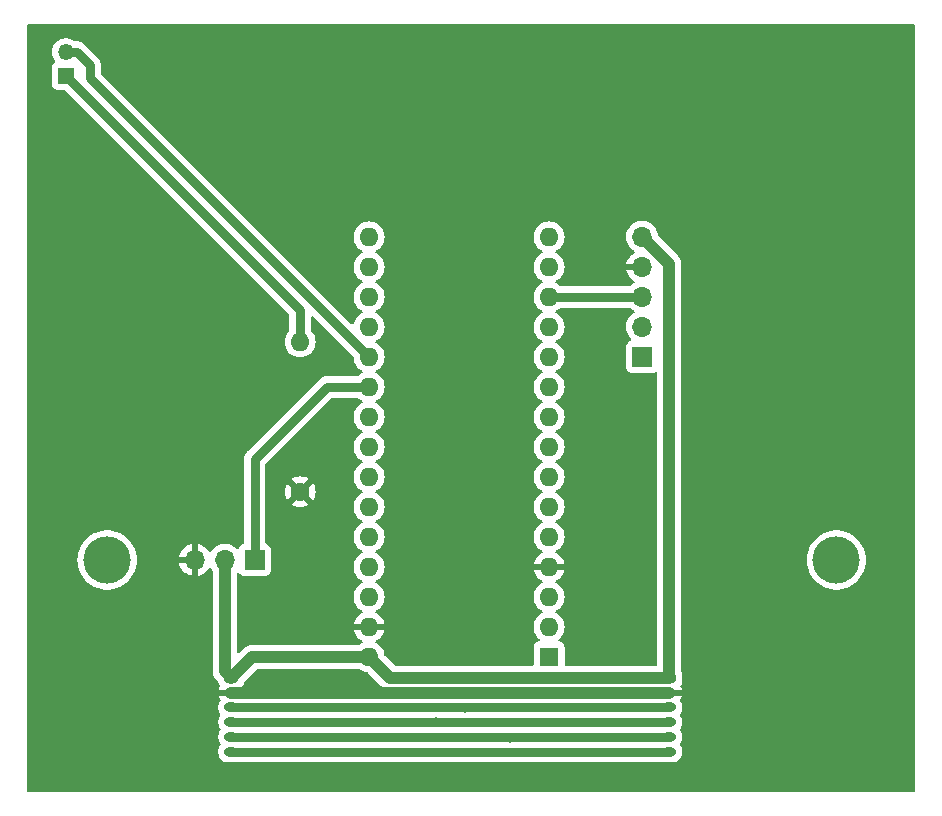
<source format=gbl>
G04 #@! TF.GenerationSoftware,KiCad,Pcbnew,(6.0.2)*
G04 #@! TF.CreationDate,2023-01-26T14:22:11+00:00*
G04 #@! TF.ProjectId,bomb-diffusal-maze,626f6d62-2d64-4696-9666-7573616c2d6d,rev?*
G04 #@! TF.SameCoordinates,Original*
G04 #@! TF.FileFunction,Copper,L2,Bot*
G04 #@! TF.FilePolarity,Positive*
%FSLAX46Y46*%
G04 Gerber Fmt 4.6, Leading zero omitted, Abs format (unit mm)*
G04 Created by KiCad (PCBNEW (6.0.2)) date 2023-01-26 14:22:11*
%MOMM*%
%LPD*%
G01*
G04 APERTURE LIST*
G04 Aperture macros list*
%AMRoundRect*
0 Rectangle with rounded corners*
0 $1 Rounding radius*
0 $2 $3 $4 $5 $6 $7 $8 $9 X,Y pos of 4 corners*
0 Add a 4 corners polygon primitive as box body*
4,1,4,$2,$3,$4,$5,$6,$7,$8,$9,$2,$3,0*
0 Add four circle primitives for the rounded corners*
1,1,$1+$1,$2,$3*
1,1,$1+$1,$4,$5*
1,1,$1+$1,$6,$7*
1,1,$1+$1,$8,$9*
0 Add four rect primitives between the rounded corners*
20,1,$1+$1,$2,$3,$4,$5,0*
20,1,$1+$1,$4,$5,$6,$7,0*
20,1,$1+$1,$6,$7,$8,$9,0*
20,1,$1+$1,$8,$9,$2,$3,0*%
G04 Aperture macros list end*
G04 #@! TA.AperFunction,ComponentPad*
%ADD10R,1.700000X1.700000*%
G04 #@! TD*
G04 #@! TA.AperFunction,ComponentPad*
%ADD11O,1.700000X1.700000*%
G04 #@! TD*
G04 #@! TA.AperFunction,ComponentPad*
%ADD12RoundRect,0.166666X-0.433334X0.233334X-0.433334X-0.233334X0.433334X-0.233334X0.433334X0.233334X0*%
G04 #@! TD*
G04 #@! TA.AperFunction,ComponentPad*
%ADD13O,1.200000X0.800000*%
G04 #@! TD*
G04 #@! TA.AperFunction,ComponentPad*
%ADD14C,1.600000*%
G04 #@! TD*
G04 #@! TA.AperFunction,ComponentPad*
%ADD15O,1.600000X1.600000*%
G04 #@! TD*
G04 #@! TA.AperFunction,WasherPad*
%ADD16C,4.000000*%
G04 #@! TD*
G04 #@! TA.AperFunction,ComponentPad*
%ADD17R,1.350000X1.350000*%
G04 #@! TD*
G04 #@! TA.AperFunction,ComponentPad*
%ADD18O,1.350000X1.350000*%
G04 #@! TD*
G04 #@! TA.AperFunction,ComponentPad*
%ADD19R,1.600000X1.600000*%
G04 #@! TD*
G04 #@! TA.AperFunction,ViaPad*
%ADD20C,0.800000*%
G04 #@! TD*
G04 #@! TA.AperFunction,Conductor*
%ADD21C,1.000000*%
G04 #@! TD*
G04 #@! TA.AperFunction,Conductor*
%ADD22C,0.800000*%
G04 #@! TD*
G04 APERTURE END LIST*
D10*
X174498000Y-76962000D03*
D11*
X174498000Y-74422000D03*
X174498000Y-71882000D03*
X174498000Y-69342000D03*
X174498000Y-66802000D03*
D12*
X176784000Y-104140000D03*
D13*
X176784000Y-105390000D03*
X176784000Y-106640000D03*
X176784000Y-107890000D03*
X176784000Y-109140000D03*
X176784000Y-110390000D03*
D10*
X141698000Y-94162000D03*
D11*
X139158000Y-94162000D03*
X136618000Y-94162000D03*
D14*
X145542000Y-88392000D03*
D15*
X145542000Y-75692000D03*
D16*
X190948000Y-94162000D03*
D17*
X125698000Y-53162000D03*
D18*
X125698000Y-51162000D03*
D19*
X166614000Y-102362000D03*
D15*
X166614000Y-99822000D03*
X166614000Y-97282000D03*
X166614000Y-94742000D03*
X166614000Y-92202000D03*
X166614000Y-89662000D03*
X166614000Y-87122000D03*
X166614000Y-84582000D03*
X166614000Y-82042000D03*
X166614000Y-79502000D03*
X166614000Y-76962000D03*
X166614000Y-74422000D03*
X166614000Y-71882000D03*
X166614000Y-69342000D03*
X166614000Y-66802000D03*
X151374000Y-66802000D03*
X151374000Y-69342000D03*
X151374000Y-71882000D03*
X151374000Y-74422000D03*
X151374000Y-76962000D03*
X151374000Y-79502000D03*
X151374000Y-82042000D03*
X151374000Y-84582000D03*
X151374000Y-87122000D03*
X151374000Y-89662000D03*
X151374000Y-92202000D03*
X151374000Y-94742000D03*
X151374000Y-97282000D03*
X151374000Y-99822000D03*
X151374000Y-102362000D03*
D16*
X129198000Y-94162000D03*
D12*
X139700000Y-104140000D03*
D13*
X139700000Y-105390000D03*
X139700000Y-106640000D03*
X139700000Y-107890000D03*
X139700000Y-109140000D03*
X139700000Y-110390000D03*
D20*
X163322000Y-109220000D03*
X159512000Y-106680000D03*
X157032000Y-107890000D03*
D21*
X139700000Y-105390000D02*
X176784000Y-105390000D01*
D22*
X141698000Y-94162000D02*
X141698000Y-85632000D01*
X147828000Y-79502000D02*
X151374000Y-79502000D01*
X141698000Y-85632000D02*
X147828000Y-79502000D01*
X145542000Y-75692000D02*
X145542000Y-73006000D01*
X145542000Y-73006000D02*
X125698000Y-53162000D01*
X166614000Y-71882000D02*
X174498000Y-71882000D01*
X139700000Y-109140000D02*
X176784000Y-109140000D01*
X139700000Y-106640000D02*
X176784000Y-106640000D01*
X157032000Y-107890000D02*
X176784000Y-107890000D01*
X139700000Y-107890000D02*
X157032000Y-107890000D01*
D21*
X141478000Y-102362000D02*
X151374000Y-102362000D01*
X151374000Y-102362000D02*
X153152000Y-104140000D01*
X153152000Y-104140000D02*
X176784000Y-104140000D01*
X139700000Y-104140000D02*
X139158000Y-103598000D01*
X174498000Y-66802000D02*
X176784000Y-69088000D01*
X139700000Y-104140000D02*
X141478000Y-102362000D01*
X139158000Y-103598000D02*
X139158000Y-94162000D01*
X176784000Y-69088000D02*
X176784000Y-104140000D01*
D22*
X139700000Y-110390000D02*
X176784000Y-110390000D01*
X126652594Y-51162000D02*
X125698000Y-51162000D01*
X151374000Y-76962000D02*
X127762000Y-53350000D01*
X127762000Y-52271406D02*
X126652594Y-51162000D01*
X127762000Y-53350000D02*
X127762000Y-52271406D01*
G04 #@! TA.AperFunction,Conductor*
G36*
X197554121Y-48788002D02*
G01*
X197600614Y-48841658D01*
X197612000Y-48894000D01*
X197612000Y-113666000D01*
X197591998Y-113734121D01*
X197538342Y-113780614D01*
X197486000Y-113792000D01*
X122554000Y-113792000D01*
X122485879Y-113771998D01*
X122439386Y-113718342D01*
X122428000Y-113666000D01*
X122428000Y-110485487D01*
X138591500Y-110485487D01*
X138631206Y-110672288D01*
X138708882Y-110846752D01*
X138821134Y-111001253D01*
X138963056Y-111129040D01*
X139128444Y-111224527D01*
X139310072Y-111283542D01*
X139316633Y-111284232D01*
X139316635Y-111284232D01*
X139369889Y-111289829D01*
X139452390Y-111298500D01*
X177031610Y-111298500D01*
X177114111Y-111289829D01*
X177167365Y-111284232D01*
X177167367Y-111284232D01*
X177173928Y-111283542D01*
X177355556Y-111224527D01*
X177520944Y-111129040D01*
X177662866Y-111001253D01*
X177775118Y-110846752D01*
X177852794Y-110672288D01*
X177892500Y-110485487D01*
X177892500Y-110294513D01*
X177852794Y-110107712D01*
X177775118Y-109933248D01*
X177706687Y-109839061D01*
X177682828Y-109772193D01*
X177698909Y-109703042D01*
X177706687Y-109690939D01*
X177771237Y-109602094D01*
X177771238Y-109602093D01*
X177775118Y-109596752D01*
X177852794Y-109422288D01*
X177892500Y-109235487D01*
X177892500Y-109044513D01*
X177852794Y-108857712D01*
X177775118Y-108683248D01*
X177706687Y-108589061D01*
X177682828Y-108522193D01*
X177698909Y-108453042D01*
X177706687Y-108440939D01*
X177771237Y-108352094D01*
X177771238Y-108352093D01*
X177775118Y-108346752D01*
X177852794Y-108172288D01*
X177892500Y-107985487D01*
X177892500Y-107794513D01*
X177852794Y-107607712D01*
X177775118Y-107433248D01*
X177706687Y-107339061D01*
X177682828Y-107272193D01*
X177698909Y-107203042D01*
X177706687Y-107190939D01*
X177771237Y-107102094D01*
X177771238Y-107102093D01*
X177775118Y-107096752D01*
X177852794Y-106922288D01*
X177892500Y-106735487D01*
X177892500Y-106544513D01*
X177852794Y-106357712D01*
X177775118Y-106183248D01*
X177706377Y-106088634D01*
X177682520Y-106021770D01*
X177698600Y-105952618D01*
X177706378Y-105940515D01*
X177770802Y-105851843D01*
X177777368Y-105840471D01*
X177849633Y-105678161D01*
X177853690Y-105665675D01*
X177854530Y-105661722D01*
X177853457Y-105647659D01*
X177843503Y-105644000D01*
X175727818Y-105644000D01*
X175712579Y-105648475D01*
X175699471Y-105663602D01*
X175688324Y-105688011D01*
X175628599Y-105726396D01*
X175593099Y-105731500D01*
X140892607Y-105731500D01*
X140824486Y-105711498D01*
X140792581Y-105674677D01*
X140791633Y-105675394D01*
X140780897Y-105661193D01*
X140777993Y-105657842D01*
X140777801Y-105657099D01*
X140771129Y-105648274D01*
X140759503Y-105644000D01*
X138643818Y-105644000D01*
X138630287Y-105647973D01*
X138628778Y-105658468D01*
X138630310Y-105665675D01*
X138634367Y-105678161D01*
X138706632Y-105840471D01*
X138713198Y-105851843D01*
X138777622Y-105940515D01*
X138801481Y-106007383D01*
X138785400Y-106076534D01*
X138777634Y-106088620D01*
X138708882Y-106183248D01*
X138631206Y-106357712D01*
X138591500Y-106544513D01*
X138591500Y-106735487D01*
X138631206Y-106922288D01*
X138708882Y-107096752D01*
X138712762Y-107102093D01*
X138712763Y-107102094D01*
X138777313Y-107190939D01*
X138801172Y-107257807D01*
X138785091Y-107326958D01*
X138777313Y-107339061D01*
X138708882Y-107433248D01*
X138631206Y-107607712D01*
X138591500Y-107794513D01*
X138591500Y-107985487D01*
X138631206Y-108172288D01*
X138708882Y-108346752D01*
X138712762Y-108352093D01*
X138712763Y-108352094D01*
X138777313Y-108440939D01*
X138801172Y-108507807D01*
X138785091Y-108576958D01*
X138777313Y-108589061D01*
X138708882Y-108683248D01*
X138631206Y-108857712D01*
X138591500Y-109044513D01*
X138591500Y-109235487D01*
X138631206Y-109422288D01*
X138708882Y-109596752D01*
X138712762Y-109602093D01*
X138712763Y-109602094D01*
X138777313Y-109690939D01*
X138801172Y-109757807D01*
X138785091Y-109826958D01*
X138777313Y-109839061D01*
X138708882Y-109933248D01*
X138631206Y-110107712D01*
X138591500Y-110294513D01*
X138591500Y-110485487D01*
X122428000Y-110485487D01*
X122428000Y-94162000D01*
X126684540Y-94162000D01*
X126704359Y-94477020D01*
X126763505Y-94787072D01*
X126788735Y-94864722D01*
X126848550Y-95048812D01*
X126861044Y-95087266D01*
X126862731Y-95090852D01*
X126862733Y-95090856D01*
X126993750Y-95369283D01*
X126993754Y-95369290D01*
X126995438Y-95372869D01*
X127164568Y-95639375D01*
X127167093Y-95642427D01*
X127360625Y-95876366D01*
X127365767Y-95882582D01*
X127595860Y-96098654D01*
X127851221Y-96284184D01*
X128127821Y-96436247D01*
X128131490Y-96437700D01*
X128131495Y-96437702D01*
X128417628Y-96550990D01*
X128421298Y-96552443D01*
X128727025Y-96630940D01*
X129040179Y-96670500D01*
X129355821Y-96670500D01*
X129668975Y-96630940D01*
X129974702Y-96552443D01*
X129978372Y-96550990D01*
X130264505Y-96437702D01*
X130264510Y-96437700D01*
X130268179Y-96436247D01*
X130544779Y-96284184D01*
X130800140Y-96098654D01*
X131030233Y-95882582D01*
X131035376Y-95876366D01*
X131228907Y-95642427D01*
X131231432Y-95639375D01*
X131400562Y-95372869D01*
X131402246Y-95369290D01*
X131402250Y-95369283D01*
X131533267Y-95090856D01*
X131533269Y-95090852D01*
X131534956Y-95087266D01*
X131547451Y-95048812D01*
X131607265Y-94864722D01*
X131632495Y-94787072D01*
X131691641Y-94477020D01*
X131694601Y-94429966D01*
X135286257Y-94429966D01*
X135316565Y-94564446D01*
X135319645Y-94574275D01*
X135399770Y-94771603D01*
X135404413Y-94780794D01*
X135515694Y-94962388D01*
X135521777Y-94970699D01*
X135661213Y-95131667D01*
X135668580Y-95138883D01*
X135832434Y-95274916D01*
X135840881Y-95280831D01*
X136024756Y-95388279D01*
X136034042Y-95392729D01*
X136233001Y-95468703D01*
X136242899Y-95471579D01*
X136346250Y-95492606D01*
X136360299Y-95491410D01*
X136364000Y-95481065D01*
X136364000Y-94434115D01*
X136359525Y-94418876D01*
X136358135Y-94417671D01*
X136350452Y-94416000D01*
X135301225Y-94416000D01*
X135287694Y-94419973D01*
X135286257Y-94429966D01*
X131694601Y-94429966D01*
X131711460Y-94162000D01*
X131694737Y-93896183D01*
X135282389Y-93896183D01*
X135283912Y-93904607D01*
X135296292Y-93908000D01*
X136345885Y-93908000D01*
X136361124Y-93903525D01*
X136362329Y-93902135D01*
X136364000Y-93894452D01*
X136364000Y-92845102D01*
X136360082Y-92831758D01*
X136345806Y-92829771D01*
X136307324Y-92835660D01*
X136297288Y-92838051D01*
X136094868Y-92904212D01*
X136085359Y-92908209D01*
X135896463Y-93006542D01*
X135887738Y-93012036D01*
X135717433Y-93139905D01*
X135709726Y-93146748D01*
X135562590Y-93300717D01*
X135556104Y-93308727D01*
X135436098Y-93484649D01*
X135431000Y-93493623D01*
X135341338Y-93686783D01*
X135337775Y-93696470D01*
X135282389Y-93896183D01*
X131694737Y-93896183D01*
X131691641Y-93846980D01*
X131632495Y-93536928D01*
X131534956Y-93236734D01*
X131521528Y-93208198D01*
X131402250Y-92954717D01*
X131402246Y-92954710D01*
X131400562Y-92951131D01*
X131231432Y-92684625D01*
X131030233Y-92441418D01*
X130800140Y-92225346D01*
X130544779Y-92039816D01*
X130268179Y-91887753D01*
X130264510Y-91886300D01*
X130264505Y-91886298D01*
X129978372Y-91773010D01*
X129978371Y-91773010D01*
X129974702Y-91771557D01*
X129668975Y-91693060D01*
X129355821Y-91653500D01*
X129040179Y-91653500D01*
X128727025Y-91693060D01*
X128421298Y-91771557D01*
X128417629Y-91773010D01*
X128417628Y-91773010D01*
X128131495Y-91886298D01*
X128131490Y-91886300D01*
X128127821Y-91887753D01*
X127851221Y-92039816D01*
X127595860Y-92225346D01*
X127365767Y-92441418D01*
X127164568Y-92684625D01*
X126995438Y-92951131D01*
X126993754Y-92954710D01*
X126993750Y-92954717D01*
X126874472Y-93208198D01*
X126861044Y-93236734D01*
X126763505Y-93536928D01*
X126704359Y-93846980D01*
X126684540Y-94162000D01*
X122428000Y-94162000D01*
X122428000Y-51130887D01*
X124509837Y-51130887D01*
X124524063Y-51347933D01*
X124577605Y-51558753D01*
X124580022Y-51563996D01*
X124661244Y-51740182D01*
X124668668Y-51756285D01*
X124764630Y-51892068D01*
X124787610Y-51959240D01*
X124770626Y-52028175D01*
X124737297Y-52065612D01*
X124671513Y-52114915D01*
X124659739Y-52123739D01*
X124572385Y-52240295D01*
X124521255Y-52376684D01*
X124514500Y-52438866D01*
X124514500Y-53885134D01*
X124521255Y-53947316D01*
X124572385Y-54083705D01*
X124659739Y-54200261D01*
X124776295Y-54287615D01*
X124912684Y-54338745D01*
X124974866Y-54345500D01*
X125544497Y-54345500D01*
X125612618Y-54365502D01*
X125633592Y-54382405D01*
X144596595Y-73345408D01*
X144630621Y-73407720D01*
X144633500Y-73434503D01*
X144633500Y-74697812D01*
X144613498Y-74765933D01*
X144596595Y-74786907D01*
X144535802Y-74847700D01*
X144532645Y-74852208D01*
X144532643Y-74852211D01*
X144505716Y-74890667D01*
X144404477Y-75035251D01*
X144402154Y-75040233D01*
X144402151Y-75040238D01*
X144313203Y-75230990D01*
X144307716Y-75242757D01*
X144306294Y-75248065D01*
X144306293Y-75248067D01*
X144262976Y-75409727D01*
X144248457Y-75463913D01*
X144228502Y-75692000D01*
X144248457Y-75920087D01*
X144249881Y-75925400D01*
X144249881Y-75925402D01*
X144301408Y-76117700D01*
X144307716Y-76141243D01*
X144310039Y-76146224D01*
X144310039Y-76146225D01*
X144402151Y-76343762D01*
X144402154Y-76343767D01*
X144404477Y-76348749D01*
X144407634Y-76353257D01*
X144515829Y-76507775D01*
X144535802Y-76536300D01*
X144697700Y-76698198D01*
X144702208Y-76701355D01*
X144702211Y-76701357D01*
X144748706Y-76733913D01*
X144885251Y-76829523D01*
X144890233Y-76831846D01*
X144890238Y-76831849D01*
X145087775Y-76923961D01*
X145092757Y-76926284D01*
X145098065Y-76927706D01*
X145098067Y-76927707D01*
X145308598Y-76984119D01*
X145308600Y-76984119D01*
X145313913Y-76985543D01*
X145542000Y-77005498D01*
X145770087Y-76985543D01*
X145775400Y-76984119D01*
X145775402Y-76984119D01*
X145985933Y-76927707D01*
X145985935Y-76927706D01*
X145991243Y-76926284D01*
X145996225Y-76923961D01*
X146193762Y-76831849D01*
X146193767Y-76831846D01*
X146198749Y-76829523D01*
X146335294Y-76733913D01*
X146381789Y-76701357D01*
X146381792Y-76701355D01*
X146386300Y-76698198D01*
X146548198Y-76536300D01*
X146568172Y-76507775D01*
X146676366Y-76353257D01*
X146679523Y-76348749D01*
X146681846Y-76343767D01*
X146681849Y-76343762D01*
X146773961Y-76146225D01*
X146773961Y-76146224D01*
X146776284Y-76141243D01*
X146782593Y-76117700D01*
X146834119Y-75925402D01*
X146834119Y-75925400D01*
X146835543Y-75920087D01*
X146855498Y-75692000D01*
X146835543Y-75463913D01*
X146821024Y-75409727D01*
X146777707Y-75248067D01*
X146777706Y-75248065D01*
X146776284Y-75242757D01*
X146770797Y-75230990D01*
X146681849Y-75040238D01*
X146681846Y-75040233D01*
X146679523Y-75035251D01*
X146578284Y-74890667D01*
X146551357Y-74852211D01*
X146551355Y-74852208D01*
X146548198Y-74847700D01*
X146487405Y-74786907D01*
X146453379Y-74724595D01*
X146450500Y-74697812D01*
X146450500Y-73627503D01*
X146470502Y-73559382D01*
X146524158Y-73512889D01*
X146594432Y-73502785D01*
X146659012Y-73532279D01*
X146665595Y-73538408D01*
X150025323Y-76898136D01*
X150059349Y-76960448D01*
X150061749Y-76976250D01*
X150079977Y-77184606D01*
X150079978Y-77184611D01*
X150080457Y-77190087D01*
X150139716Y-77411243D01*
X150142039Y-77416224D01*
X150142039Y-77416225D01*
X150234151Y-77613762D01*
X150234154Y-77613767D01*
X150236477Y-77618749D01*
X150367802Y-77806300D01*
X150529700Y-77968198D01*
X150534208Y-77971355D01*
X150534211Y-77971357D01*
X150612389Y-78026098D01*
X150717251Y-78099523D01*
X150722233Y-78101846D01*
X150722238Y-78101849D01*
X150756457Y-78117805D01*
X150809742Y-78164722D01*
X150829203Y-78232999D01*
X150808661Y-78300959D01*
X150756457Y-78346195D01*
X150722238Y-78362151D01*
X150722233Y-78362154D01*
X150717251Y-78364477D01*
X150702490Y-78374813D01*
X150534211Y-78492643D01*
X150534208Y-78492645D01*
X150529700Y-78495802D01*
X150468907Y-78556595D01*
X150406595Y-78590621D01*
X150379812Y-78593500D01*
X147909417Y-78593500D01*
X147889708Y-78591949D01*
X147875810Y-78589748D01*
X147869223Y-78590093D01*
X147869218Y-78590093D01*
X147807519Y-78593327D01*
X147800925Y-78593500D01*
X147780390Y-78593500D01*
X147774222Y-78594148D01*
X147759960Y-78595647D01*
X147753385Y-78596164D01*
X147691696Y-78599397D01*
X147691695Y-78599397D01*
X147685096Y-78599743D01*
X147671508Y-78603384D01*
X147652061Y-78606988D01*
X147644644Y-78607767D01*
X147644640Y-78607768D01*
X147638072Y-78608458D01*
X147581276Y-78626912D01*
X147573009Y-78629598D01*
X147566685Y-78631471D01*
X147507010Y-78647461D01*
X147507006Y-78647462D01*
X147500630Y-78649171D01*
X147494748Y-78652168D01*
X147488093Y-78655559D01*
X147469826Y-78663125D01*
X147462728Y-78665431D01*
X147462726Y-78665432D01*
X147456444Y-78667473D01*
X147450722Y-78670776D01*
X147450721Y-78670777D01*
X147397218Y-78701667D01*
X147391423Y-78704814D01*
X147330470Y-78735871D01*
X147325342Y-78740024D01*
X147325340Y-78740025D01*
X147319534Y-78744727D01*
X147303237Y-78755927D01*
X147296776Y-78759657D01*
X147296772Y-78759660D01*
X147291056Y-78762960D01*
X147286150Y-78767377D01*
X147286145Y-78767381D01*
X147240231Y-78808722D01*
X147235216Y-78813006D01*
X147226718Y-78819888D01*
X147219259Y-78825928D01*
X147204744Y-78840443D01*
X147199959Y-78844984D01*
X147149134Y-78890747D01*
X147145255Y-78896086D01*
X147145254Y-78896087D01*
X147140860Y-78902135D01*
X147128019Y-78917168D01*
X141113168Y-84932019D01*
X141098135Y-84944860D01*
X141086747Y-84953134D01*
X141082327Y-84958043D01*
X141040984Y-85003959D01*
X141036443Y-85008744D01*
X141021928Y-85023259D01*
X141019852Y-85025823D01*
X141009006Y-85039216D01*
X141004722Y-85044231D01*
X140963381Y-85090145D01*
X140963377Y-85090150D01*
X140958960Y-85095056D01*
X140955660Y-85100772D01*
X140955657Y-85100776D01*
X140951927Y-85107237D01*
X140940727Y-85123533D01*
X140931871Y-85134470D01*
X140900815Y-85195421D01*
X140897667Y-85201218D01*
X140875999Y-85238749D01*
X140863473Y-85260444D01*
X140861432Y-85266726D01*
X140861431Y-85266728D01*
X140859125Y-85273826D01*
X140851560Y-85292092D01*
X140845171Y-85304630D01*
X140843463Y-85311003D01*
X140843463Y-85311004D01*
X140827469Y-85370695D01*
X140825600Y-85377003D01*
X140804458Y-85442072D01*
X140803768Y-85448637D01*
X140803766Y-85448646D01*
X140802985Y-85456075D01*
X140799383Y-85475509D01*
X140797453Y-85482714D01*
X140795743Y-85489097D01*
X140795398Y-85495688D01*
X140795397Y-85495692D01*
X140792164Y-85557384D01*
X140791647Y-85563958D01*
X140789844Y-85581116D01*
X140789500Y-85584390D01*
X140789500Y-85604926D01*
X140789327Y-85611520D01*
X140785748Y-85679810D01*
X140786780Y-85686325D01*
X140787949Y-85693705D01*
X140789500Y-85713417D01*
X140789500Y-92703502D01*
X140769498Y-92771623D01*
X140715842Y-92818116D01*
X140707730Y-92821484D01*
X140639696Y-92846989D01*
X140601295Y-92861385D01*
X140484739Y-92948739D01*
X140397385Y-93065295D01*
X140394233Y-93073703D01*
X140352919Y-93183907D01*
X140310277Y-93240671D01*
X140243716Y-93265371D01*
X140174367Y-93250163D01*
X140141743Y-93224476D01*
X140091151Y-93168875D01*
X140091142Y-93168866D01*
X140087670Y-93165051D01*
X140083619Y-93161852D01*
X140083615Y-93161848D01*
X139916414Y-93029800D01*
X139916410Y-93029798D01*
X139912359Y-93026598D01*
X139876028Y-93006542D01*
X139860136Y-92997769D01*
X139716789Y-92918638D01*
X139711920Y-92916914D01*
X139711916Y-92916912D01*
X139511087Y-92845795D01*
X139511083Y-92845794D01*
X139506212Y-92844069D01*
X139501119Y-92843162D01*
X139501116Y-92843161D01*
X139291373Y-92805800D01*
X139291367Y-92805799D01*
X139286284Y-92804894D01*
X139212452Y-92803992D01*
X139068081Y-92802228D01*
X139068079Y-92802228D01*
X139062911Y-92802165D01*
X138842091Y-92835955D01*
X138629756Y-92905357D01*
X138431607Y-93008507D01*
X138427474Y-93011610D01*
X138427471Y-93011612D01*
X138257100Y-93139530D01*
X138252965Y-93142635D01*
X138227541Y-93169240D01*
X138159280Y-93240671D01*
X138098629Y-93304138D01*
X138095715Y-93308410D01*
X138095714Y-93308411D01*
X137990898Y-93462066D01*
X137935987Y-93507069D01*
X137865462Y-93515240D01*
X137801715Y-93483986D01*
X137781018Y-93459502D01*
X137700426Y-93334926D01*
X137694136Y-93326757D01*
X137550806Y-93169240D01*
X137543273Y-93162215D01*
X137376139Y-93030222D01*
X137367552Y-93024517D01*
X137181117Y-92921599D01*
X137171705Y-92917369D01*
X136970959Y-92846280D01*
X136960988Y-92843646D01*
X136889837Y-92830972D01*
X136876540Y-92832432D01*
X136872000Y-92846989D01*
X136872000Y-95480517D01*
X136876064Y-95494359D01*
X136889478Y-95496393D01*
X136896184Y-95495534D01*
X136906262Y-95493392D01*
X137110255Y-95432191D01*
X137119842Y-95428433D01*
X137311095Y-95334739D01*
X137319945Y-95329464D01*
X137493328Y-95205792D01*
X137501200Y-95199139D01*
X137652052Y-95048812D01*
X137658730Y-95040965D01*
X137786022Y-94863819D01*
X137787279Y-94864722D01*
X137834373Y-94821362D01*
X137904311Y-94809145D01*
X137969751Y-94836678D01*
X137997579Y-94868511D01*
X138057987Y-94967088D01*
X138093879Y-95008522D01*
X138118737Y-95037219D01*
X138148220Y-95101804D01*
X138149500Y-95119717D01*
X138149500Y-103536157D01*
X138148763Y-103549764D01*
X138148415Y-103552973D01*
X138144676Y-103587388D01*
X138145579Y-103597707D01*
X138149050Y-103637388D01*
X138149379Y-103642214D01*
X138149500Y-103644686D01*
X138149500Y-103647769D01*
X138149801Y-103650837D01*
X138153690Y-103690506D01*
X138153812Y-103691819D01*
X138161913Y-103784413D01*
X138163400Y-103789532D01*
X138163920Y-103794833D01*
X138190791Y-103883834D01*
X138191126Y-103884967D01*
X138217091Y-103974336D01*
X138219544Y-103979068D01*
X138221084Y-103984169D01*
X138223978Y-103989612D01*
X138264731Y-104066260D01*
X138265343Y-104067426D01*
X138308108Y-104149926D01*
X138311431Y-104154089D01*
X138313934Y-104158796D01*
X138372755Y-104230918D01*
X138373446Y-104231774D01*
X138404738Y-104270973D01*
X138407242Y-104273477D01*
X138407884Y-104274195D01*
X138411585Y-104278528D01*
X138438935Y-104312062D01*
X138474258Y-104341283D01*
X138483040Y-104349274D01*
X138563577Y-104429812D01*
X138597564Y-104493295D01*
X138597930Y-104497277D01*
X138646798Y-104653215D01*
X138650733Y-104659712D01*
X138724431Y-104781403D01*
X138742610Y-104850033D01*
X138718590Y-104920737D01*
X138713196Y-104928161D01*
X138706632Y-104939529D01*
X138634367Y-105101839D01*
X138630310Y-105114325D01*
X138629470Y-105118278D01*
X138630543Y-105132341D01*
X138640497Y-105136000D01*
X139519030Y-105136000D01*
X139531762Y-105136645D01*
X139547476Y-105138241D01*
X139594237Y-105142991D01*
X139595110Y-105143083D01*
X139683265Y-105152659D01*
X139683266Y-105152659D01*
X139689388Y-105153324D01*
X139692925Y-105153015D01*
X139696463Y-105153374D01*
X139791130Y-105144426D01*
X139791821Y-105144363D01*
X139864720Y-105137985D01*
X139881933Y-105136479D01*
X139892914Y-105136000D01*
X140756182Y-105136000D01*
X140769713Y-105132027D01*
X140771222Y-105121532D01*
X140769690Y-105114325D01*
X140765633Y-105101839D01*
X140693368Y-104939529D01*
X140686804Y-104928161D01*
X140681410Y-104920737D01*
X140657551Y-104853870D01*
X140675569Y-104781403D01*
X140749267Y-104659712D01*
X140753202Y-104653215D01*
X140802070Y-104497277D01*
X140802436Y-104493297D01*
X140836423Y-104429812D01*
X141858829Y-103407405D01*
X141921141Y-103373380D01*
X141947924Y-103370500D01*
X150493260Y-103370500D01*
X150565531Y-103393287D01*
X150717251Y-103499523D01*
X150722233Y-103501846D01*
X150722238Y-103501849D01*
X150892542Y-103581262D01*
X150924757Y-103596284D01*
X150930065Y-103597706D01*
X150930067Y-103597707D01*
X150998141Y-103615947D01*
X151145913Y-103655543D01*
X151204771Y-103660692D01*
X151270888Y-103686555D01*
X151282884Y-103697118D01*
X152395145Y-104809379D01*
X152404247Y-104819522D01*
X152427968Y-104849025D01*
X152432696Y-104852992D01*
X152466421Y-104881291D01*
X152470069Y-104884472D01*
X152471881Y-104886115D01*
X152474075Y-104888309D01*
X152507349Y-104915642D01*
X152508147Y-104916304D01*
X152579474Y-104976154D01*
X152584144Y-104978722D01*
X152588261Y-104982103D01*
X152670120Y-105025995D01*
X152671280Y-105026624D01*
X152747389Y-105068466D01*
X152747394Y-105068468D01*
X152752787Y-105071433D01*
X152757865Y-105073044D01*
X152762563Y-105075563D01*
X152851498Y-105102753D01*
X152852702Y-105103128D01*
X152941306Y-105131235D01*
X152946597Y-105131828D01*
X152951698Y-105133388D01*
X153044311Y-105142795D01*
X153045431Y-105142915D01*
X153095227Y-105148500D01*
X153098756Y-105148500D01*
X153099739Y-105148555D01*
X153105426Y-105149003D01*
X153125683Y-105151060D01*
X153142336Y-105152752D01*
X153142339Y-105152752D01*
X153148463Y-105153374D01*
X153194112Y-105149059D01*
X153205969Y-105148500D01*
X176724127Y-105148500D01*
X176737297Y-105149190D01*
X176770796Y-105152711D01*
X176770798Y-105152711D01*
X176776925Y-105153355D01*
X176827173Y-105148782D01*
X176831207Y-105148500D01*
X176833769Y-105148500D01*
X176836827Y-105148200D01*
X176836831Y-105148200D01*
X176878596Y-105144105D01*
X176879471Y-105144023D01*
X176961922Y-105136519D01*
X176973342Y-105136000D01*
X177840182Y-105136000D01*
X177853713Y-105132027D01*
X177855222Y-105121532D01*
X177853690Y-105114325D01*
X177849633Y-105101839D01*
X177777368Y-104939529D01*
X177770804Y-104928161D01*
X177765410Y-104920737D01*
X177741551Y-104853870D01*
X177759569Y-104781403D01*
X177833267Y-104659712D01*
X177837202Y-104653215D01*
X177886070Y-104497277D01*
X177892500Y-104427301D01*
X177892499Y-103852700D01*
X177886070Y-103782723D01*
X177859243Y-103697118D01*
X177839474Y-103634034D01*
X177839473Y-103634032D01*
X177837202Y-103626785D01*
X177813343Y-103587388D01*
X177810724Y-103583064D01*
X177792500Y-103517793D01*
X177792500Y-94162000D01*
X188434540Y-94162000D01*
X188454359Y-94477020D01*
X188513505Y-94787072D01*
X188538735Y-94864722D01*
X188598550Y-95048812D01*
X188611044Y-95087266D01*
X188612731Y-95090852D01*
X188612733Y-95090856D01*
X188743750Y-95369283D01*
X188743754Y-95369290D01*
X188745438Y-95372869D01*
X188914568Y-95639375D01*
X188917093Y-95642427D01*
X189110625Y-95876366D01*
X189115767Y-95882582D01*
X189345860Y-96098654D01*
X189601221Y-96284184D01*
X189877821Y-96436247D01*
X189881490Y-96437700D01*
X189881495Y-96437702D01*
X190167628Y-96550990D01*
X190171298Y-96552443D01*
X190477025Y-96630940D01*
X190790179Y-96670500D01*
X191105821Y-96670500D01*
X191418975Y-96630940D01*
X191724702Y-96552443D01*
X191728372Y-96550990D01*
X192014505Y-96437702D01*
X192014510Y-96437700D01*
X192018179Y-96436247D01*
X192294779Y-96284184D01*
X192550140Y-96098654D01*
X192780233Y-95882582D01*
X192785376Y-95876366D01*
X192978907Y-95642427D01*
X192981432Y-95639375D01*
X193150562Y-95372869D01*
X193152246Y-95369290D01*
X193152250Y-95369283D01*
X193283267Y-95090856D01*
X193283269Y-95090852D01*
X193284956Y-95087266D01*
X193297451Y-95048812D01*
X193357265Y-94864722D01*
X193382495Y-94787072D01*
X193441641Y-94477020D01*
X193461460Y-94162000D01*
X193441641Y-93846980D01*
X193382495Y-93536928D01*
X193284956Y-93236734D01*
X193271528Y-93208198D01*
X193152250Y-92954717D01*
X193152246Y-92954710D01*
X193150562Y-92951131D01*
X192981432Y-92684625D01*
X192780233Y-92441418D01*
X192550140Y-92225346D01*
X192294779Y-92039816D01*
X192018179Y-91887753D01*
X192014510Y-91886300D01*
X192014505Y-91886298D01*
X191728372Y-91773010D01*
X191728371Y-91773010D01*
X191724702Y-91771557D01*
X191418975Y-91693060D01*
X191105821Y-91653500D01*
X190790179Y-91653500D01*
X190477025Y-91693060D01*
X190171298Y-91771557D01*
X190167629Y-91773010D01*
X190167628Y-91773010D01*
X189881495Y-91886298D01*
X189881490Y-91886300D01*
X189877821Y-91887753D01*
X189601221Y-92039816D01*
X189345860Y-92225346D01*
X189115767Y-92441418D01*
X188914568Y-92684625D01*
X188745438Y-92951131D01*
X188743754Y-92954710D01*
X188743750Y-92954717D01*
X188624472Y-93208198D01*
X188611044Y-93236734D01*
X188513505Y-93536928D01*
X188454359Y-93846980D01*
X188434540Y-94162000D01*
X177792500Y-94162000D01*
X177792500Y-69149842D01*
X177793237Y-69136235D01*
X177796659Y-69104737D01*
X177796659Y-69104732D01*
X177797324Y-69098611D01*
X177792950Y-69048609D01*
X177792621Y-69043784D01*
X177792500Y-69041313D01*
X177792500Y-69038231D01*
X177788309Y-68995489D01*
X177788187Y-68994174D01*
X177780623Y-68907719D01*
X177780087Y-68901587D01*
X177778600Y-68896468D01*
X177778080Y-68891167D01*
X177751218Y-68802194D01*
X177750862Y-68800994D01*
X177724909Y-68711663D01*
X177722455Y-68706929D01*
X177720916Y-68701831D01*
X177677316Y-68619831D01*
X177676702Y-68618663D01*
X177636726Y-68541541D01*
X177636725Y-68541540D01*
X177633892Y-68536074D01*
X177630569Y-68531911D01*
X177628066Y-68527204D01*
X177569245Y-68455082D01*
X177568554Y-68454226D01*
X177537262Y-68415027D01*
X177534758Y-68412523D01*
X177534116Y-68411805D01*
X177530415Y-68407472D01*
X177503065Y-68373938D01*
X177467737Y-68344712D01*
X177458958Y-68336723D01*
X175888199Y-66765964D01*
X175854173Y-66703652D01*
X175851718Y-66687194D01*
X175843276Y-66584521D01*
X175842852Y-66579361D01*
X175788431Y-66362702D01*
X175699354Y-66157840D01*
X175578014Y-65970277D01*
X175427670Y-65805051D01*
X175423619Y-65801852D01*
X175423615Y-65801848D01*
X175256414Y-65669800D01*
X175256410Y-65669798D01*
X175252359Y-65666598D01*
X175244304Y-65662151D01*
X175200136Y-65637769D01*
X175056789Y-65558638D01*
X175051920Y-65556914D01*
X175051916Y-65556912D01*
X174851087Y-65485795D01*
X174851083Y-65485794D01*
X174846212Y-65484069D01*
X174841119Y-65483162D01*
X174841116Y-65483161D01*
X174631373Y-65445800D01*
X174631367Y-65445799D01*
X174626284Y-65444894D01*
X174552452Y-65443992D01*
X174408081Y-65442228D01*
X174408079Y-65442228D01*
X174402911Y-65442165D01*
X174182091Y-65475955D01*
X173969756Y-65545357D01*
X173771607Y-65648507D01*
X173767474Y-65651610D01*
X173767471Y-65651612D01*
X173746132Y-65667634D01*
X173592965Y-65782635D01*
X173438629Y-65944138D01*
X173435715Y-65948410D01*
X173435714Y-65948411D01*
X173426300Y-65962211D01*
X173312743Y-66128680D01*
X173218688Y-66331305D01*
X173158989Y-66546570D01*
X173135251Y-66768695D01*
X173135548Y-66773848D01*
X173135548Y-66773851D01*
X173137171Y-66802000D01*
X173148110Y-66991715D01*
X173149247Y-66996761D01*
X173149248Y-66996767D01*
X173157955Y-67035402D01*
X173197222Y-67209639D01*
X173281266Y-67416616D01*
X173397987Y-67607088D01*
X173544250Y-67775938D01*
X173716126Y-67918632D01*
X173783163Y-67957805D01*
X173789955Y-67961774D01*
X173838679Y-68013412D01*
X173851750Y-68083195D01*
X173825019Y-68148967D01*
X173784562Y-68182327D01*
X173776457Y-68186546D01*
X173767738Y-68192036D01*
X173597433Y-68319905D01*
X173589726Y-68326748D01*
X173442590Y-68480717D01*
X173436104Y-68488727D01*
X173316098Y-68664649D01*
X173311000Y-68673623D01*
X173221338Y-68866783D01*
X173217775Y-68876470D01*
X173162389Y-69076183D01*
X173163912Y-69084607D01*
X173176292Y-69088000D01*
X174626000Y-69088000D01*
X174694121Y-69108002D01*
X174740614Y-69161658D01*
X174752000Y-69214000D01*
X174752000Y-69470000D01*
X174731998Y-69538121D01*
X174678342Y-69584614D01*
X174626000Y-69596000D01*
X173181225Y-69596000D01*
X173167694Y-69599973D01*
X173166257Y-69609966D01*
X173196565Y-69744446D01*
X173199645Y-69754275D01*
X173279770Y-69951603D01*
X173284413Y-69960794D01*
X173395694Y-70142388D01*
X173401777Y-70150699D01*
X173541213Y-70311667D01*
X173548580Y-70318883D01*
X173712434Y-70454916D01*
X173720881Y-70460831D01*
X173789969Y-70501203D01*
X173838693Y-70552842D01*
X173851764Y-70622625D01*
X173825033Y-70688396D01*
X173784584Y-70721752D01*
X173771607Y-70728507D01*
X173767474Y-70731610D01*
X173767471Y-70731612D01*
X173746132Y-70747634D01*
X173592965Y-70862635D01*
X173589393Y-70866373D01*
X173524241Y-70934551D01*
X173462717Y-70969981D01*
X173433147Y-70973500D01*
X167608188Y-70973500D01*
X167540067Y-70953498D01*
X167519093Y-70936595D01*
X167458300Y-70875802D01*
X167453792Y-70872645D01*
X167453789Y-70872643D01*
X167375611Y-70817902D01*
X167270749Y-70744477D01*
X167265767Y-70742154D01*
X167265762Y-70742151D01*
X167231543Y-70726195D01*
X167178258Y-70679278D01*
X167158797Y-70611001D01*
X167179339Y-70543041D01*
X167231543Y-70497805D01*
X167265762Y-70481849D01*
X167265767Y-70481846D01*
X167270749Y-70479523D01*
X167375611Y-70406098D01*
X167453789Y-70351357D01*
X167453792Y-70351355D01*
X167458300Y-70348198D01*
X167620198Y-70186300D01*
X167634721Y-70165560D01*
X167748366Y-70003257D01*
X167751523Y-69998749D01*
X167753846Y-69993767D01*
X167753849Y-69993762D01*
X167845961Y-69796225D01*
X167845961Y-69796224D01*
X167848284Y-69791243D01*
X167896858Y-69609966D01*
X167906119Y-69575402D01*
X167906119Y-69575400D01*
X167907543Y-69570087D01*
X167927498Y-69342000D01*
X167907543Y-69113913D01*
X167900600Y-69088000D01*
X167849707Y-68898067D01*
X167849706Y-68898065D01*
X167848284Y-68892757D01*
X167836172Y-68866783D01*
X167753849Y-68690238D01*
X167753846Y-68690233D01*
X167751523Y-68685251D01*
X167640857Y-68527204D01*
X167623357Y-68502211D01*
X167623355Y-68502208D01*
X167620198Y-68497700D01*
X167458300Y-68335802D01*
X167453792Y-68332645D01*
X167453789Y-68332643D01*
X167375611Y-68277902D01*
X167270749Y-68204477D01*
X167265767Y-68202154D01*
X167265762Y-68202151D01*
X167231543Y-68186195D01*
X167178258Y-68139278D01*
X167158797Y-68071001D01*
X167179339Y-68003041D01*
X167231543Y-67957805D01*
X167265762Y-67941849D01*
X167265767Y-67941846D01*
X167270749Y-67939523D01*
X167375611Y-67866098D01*
X167453789Y-67811357D01*
X167453792Y-67811355D01*
X167458300Y-67808198D01*
X167620198Y-67646300D01*
X167644923Y-67610990D01*
X167748366Y-67463257D01*
X167751523Y-67458749D01*
X167753846Y-67453767D01*
X167753849Y-67453762D01*
X167845961Y-67256225D01*
X167845961Y-67256224D01*
X167848284Y-67251243D01*
X167858150Y-67214425D01*
X167906119Y-67035402D01*
X167906119Y-67035400D01*
X167907543Y-67030087D01*
X167927498Y-66802000D01*
X167907543Y-66573913D01*
X167901593Y-66551707D01*
X167849707Y-66358067D01*
X167849706Y-66358065D01*
X167848284Y-66352757D01*
X167836092Y-66326610D01*
X167753849Y-66150238D01*
X167753846Y-66150233D01*
X167751523Y-66145251D01*
X167678098Y-66040389D01*
X167623357Y-65962211D01*
X167623355Y-65962208D01*
X167620198Y-65957700D01*
X167458300Y-65795802D01*
X167453792Y-65792645D01*
X167453789Y-65792643D01*
X167375611Y-65737902D01*
X167270749Y-65664477D01*
X167265767Y-65662154D01*
X167265762Y-65662151D01*
X167068225Y-65570039D01*
X167068224Y-65570039D01*
X167063243Y-65567716D01*
X167057935Y-65566294D01*
X167057933Y-65566293D01*
X166847402Y-65509881D01*
X166847400Y-65509881D01*
X166842087Y-65508457D01*
X166614000Y-65488502D01*
X166385913Y-65508457D01*
X166380600Y-65509881D01*
X166380598Y-65509881D01*
X166170067Y-65566293D01*
X166170065Y-65566294D01*
X166164757Y-65567716D01*
X166159776Y-65570039D01*
X166159775Y-65570039D01*
X165962238Y-65662151D01*
X165962233Y-65662154D01*
X165957251Y-65664477D01*
X165852389Y-65737902D01*
X165774211Y-65792643D01*
X165774208Y-65792645D01*
X165769700Y-65795802D01*
X165607802Y-65957700D01*
X165604645Y-65962208D01*
X165604643Y-65962211D01*
X165549902Y-66040389D01*
X165476477Y-66145251D01*
X165474154Y-66150233D01*
X165474151Y-66150238D01*
X165391908Y-66326610D01*
X165379716Y-66352757D01*
X165378294Y-66358065D01*
X165378293Y-66358067D01*
X165326407Y-66551707D01*
X165320457Y-66573913D01*
X165300502Y-66802000D01*
X165320457Y-67030087D01*
X165321881Y-67035400D01*
X165321881Y-67035402D01*
X165369851Y-67214425D01*
X165379716Y-67251243D01*
X165382039Y-67256224D01*
X165382039Y-67256225D01*
X165474151Y-67453762D01*
X165474154Y-67453767D01*
X165476477Y-67458749D01*
X165479634Y-67463257D01*
X165583078Y-67610990D01*
X165607802Y-67646300D01*
X165769700Y-67808198D01*
X165774208Y-67811355D01*
X165774211Y-67811357D01*
X165852389Y-67866098D01*
X165957251Y-67939523D01*
X165962233Y-67941846D01*
X165962238Y-67941849D01*
X165996457Y-67957805D01*
X166049742Y-68004722D01*
X166069203Y-68072999D01*
X166048661Y-68140959D01*
X165996457Y-68186195D01*
X165962238Y-68202151D01*
X165962233Y-68202154D01*
X165957251Y-68204477D01*
X165852389Y-68277902D01*
X165774211Y-68332643D01*
X165774208Y-68332645D01*
X165769700Y-68335802D01*
X165607802Y-68497700D01*
X165604645Y-68502208D01*
X165604643Y-68502211D01*
X165587143Y-68527204D01*
X165476477Y-68685251D01*
X165474154Y-68690233D01*
X165474151Y-68690238D01*
X165391828Y-68866783D01*
X165379716Y-68892757D01*
X165378294Y-68898065D01*
X165378293Y-68898067D01*
X165327400Y-69088000D01*
X165320457Y-69113913D01*
X165300502Y-69342000D01*
X165320457Y-69570087D01*
X165321881Y-69575400D01*
X165321881Y-69575402D01*
X165331143Y-69609966D01*
X165379716Y-69791243D01*
X165382039Y-69796224D01*
X165382039Y-69796225D01*
X165474151Y-69993762D01*
X165474154Y-69993767D01*
X165476477Y-69998749D01*
X165479634Y-70003257D01*
X165593280Y-70165560D01*
X165607802Y-70186300D01*
X165769700Y-70348198D01*
X165774208Y-70351355D01*
X165774211Y-70351357D01*
X165852389Y-70406098D01*
X165957251Y-70479523D01*
X165962233Y-70481846D01*
X165962238Y-70481849D01*
X165996457Y-70497805D01*
X166049742Y-70544722D01*
X166069203Y-70612999D01*
X166048661Y-70680959D01*
X165996457Y-70726195D01*
X165962238Y-70742151D01*
X165962233Y-70742154D01*
X165957251Y-70744477D01*
X165852389Y-70817902D01*
X165774211Y-70872643D01*
X165774208Y-70872645D01*
X165769700Y-70875802D01*
X165607802Y-71037700D01*
X165476477Y-71225251D01*
X165474154Y-71230233D01*
X165474151Y-71230238D01*
X165388946Y-71412963D01*
X165379716Y-71432757D01*
X165320457Y-71653913D01*
X165300502Y-71882000D01*
X165320457Y-72110087D01*
X165379716Y-72331243D01*
X165382039Y-72336224D01*
X165382039Y-72336225D01*
X165474151Y-72533762D01*
X165474154Y-72533767D01*
X165476477Y-72538749D01*
X165607802Y-72726300D01*
X165769700Y-72888198D01*
X165774208Y-72891355D01*
X165774211Y-72891357D01*
X165814445Y-72919529D01*
X165957251Y-73019523D01*
X165962233Y-73021846D01*
X165962238Y-73021849D01*
X165996457Y-73037805D01*
X166049742Y-73084722D01*
X166069203Y-73152999D01*
X166048661Y-73220959D01*
X165996457Y-73266195D01*
X165962238Y-73282151D01*
X165962233Y-73282154D01*
X165957251Y-73284477D01*
X165901788Y-73323313D01*
X165774211Y-73412643D01*
X165774208Y-73412645D01*
X165769700Y-73415802D01*
X165607802Y-73577700D01*
X165476477Y-73765251D01*
X165474154Y-73770233D01*
X165474151Y-73770238D01*
X165391908Y-73946610D01*
X165379716Y-73972757D01*
X165378294Y-73978064D01*
X165378293Y-73978067D01*
X165326407Y-74171707D01*
X165320457Y-74193913D01*
X165300502Y-74422000D01*
X165320457Y-74650087D01*
X165321881Y-74655400D01*
X165321881Y-74655402D01*
X165373408Y-74847700D01*
X165379716Y-74871243D01*
X165382039Y-74876224D01*
X165382039Y-74876225D01*
X165474151Y-75073762D01*
X165474154Y-75073767D01*
X165476477Y-75078749D01*
X165479634Y-75083257D01*
X165587829Y-75237775D01*
X165607802Y-75266300D01*
X165769700Y-75428198D01*
X165774208Y-75431355D01*
X165774211Y-75431357D01*
X165819649Y-75463173D01*
X165957251Y-75559523D01*
X165962233Y-75561846D01*
X165962238Y-75561849D01*
X165996457Y-75577805D01*
X166049742Y-75624722D01*
X166069203Y-75692999D01*
X166048661Y-75760959D01*
X165996457Y-75806195D01*
X165962238Y-75822151D01*
X165962233Y-75822154D01*
X165957251Y-75824477D01*
X165943004Y-75834453D01*
X165774211Y-75952643D01*
X165774208Y-75952645D01*
X165769700Y-75955802D01*
X165607802Y-76117700D01*
X165604645Y-76122208D01*
X165604643Y-76122211D01*
X165549902Y-76200389D01*
X165476477Y-76305251D01*
X165474154Y-76310233D01*
X165474151Y-76310238D01*
X165382039Y-76507775D01*
X165379716Y-76512757D01*
X165378294Y-76518065D01*
X165378293Y-76518067D01*
X165372363Y-76540197D01*
X165320457Y-76733913D01*
X165300502Y-76962000D01*
X165320457Y-77190087D01*
X165379716Y-77411243D01*
X165382039Y-77416224D01*
X165382039Y-77416225D01*
X165474151Y-77613762D01*
X165474154Y-77613767D01*
X165476477Y-77618749D01*
X165607802Y-77806300D01*
X165769700Y-77968198D01*
X165774208Y-77971355D01*
X165774211Y-77971357D01*
X165852389Y-78026098D01*
X165957251Y-78099523D01*
X165962233Y-78101846D01*
X165962238Y-78101849D01*
X165996457Y-78117805D01*
X166049742Y-78164722D01*
X166069203Y-78232999D01*
X166048661Y-78300959D01*
X165996457Y-78346195D01*
X165962238Y-78362151D01*
X165962233Y-78362154D01*
X165957251Y-78364477D01*
X165942490Y-78374813D01*
X165774211Y-78492643D01*
X165774208Y-78492645D01*
X165769700Y-78495802D01*
X165607802Y-78657700D01*
X165604645Y-78662208D01*
X165604643Y-78662211D01*
X165555164Y-78732875D01*
X165476477Y-78845251D01*
X165474154Y-78850233D01*
X165474151Y-78850238D01*
X165382039Y-79047775D01*
X165379716Y-79052757D01*
X165320457Y-79273913D01*
X165300502Y-79502000D01*
X165320457Y-79730087D01*
X165379716Y-79951243D01*
X165382039Y-79956224D01*
X165382039Y-79956225D01*
X165474151Y-80153762D01*
X165474154Y-80153767D01*
X165476477Y-80158749D01*
X165607802Y-80346300D01*
X165769700Y-80508198D01*
X165774208Y-80511355D01*
X165774211Y-80511357D01*
X165852389Y-80566098D01*
X165957251Y-80639523D01*
X165962233Y-80641846D01*
X165962238Y-80641849D01*
X165996457Y-80657805D01*
X166049742Y-80704722D01*
X166069203Y-80772999D01*
X166048661Y-80840959D01*
X165996457Y-80886195D01*
X165962238Y-80902151D01*
X165962233Y-80902154D01*
X165957251Y-80904477D01*
X165852389Y-80977902D01*
X165774211Y-81032643D01*
X165774208Y-81032645D01*
X165769700Y-81035802D01*
X165607802Y-81197700D01*
X165476477Y-81385251D01*
X165474154Y-81390233D01*
X165474151Y-81390238D01*
X165382039Y-81587775D01*
X165379716Y-81592757D01*
X165320457Y-81813913D01*
X165300502Y-82042000D01*
X165320457Y-82270087D01*
X165379716Y-82491243D01*
X165382039Y-82496224D01*
X165382039Y-82496225D01*
X165474151Y-82693762D01*
X165474154Y-82693767D01*
X165476477Y-82698749D01*
X165607802Y-82886300D01*
X165769700Y-83048198D01*
X165774208Y-83051355D01*
X165774211Y-83051357D01*
X165852389Y-83106098D01*
X165957251Y-83179523D01*
X165962233Y-83181846D01*
X165962238Y-83181849D01*
X165996457Y-83197805D01*
X166049742Y-83244722D01*
X166069203Y-83312999D01*
X166048661Y-83380959D01*
X165996457Y-83426195D01*
X165962238Y-83442151D01*
X165962233Y-83442154D01*
X165957251Y-83444477D01*
X165852389Y-83517902D01*
X165774211Y-83572643D01*
X165774208Y-83572645D01*
X165769700Y-83575802D01*
X165607802Y-83737700D01*
X165476477Y-83925251D01*
X165474154Y-83930233D01*
X165474151Y-83930238D01*
X165382039Y-84127775D01*
X165379716Y-84132757D01*
X165320457Y-84353913D01*
X165300502Y-84582000D01*
X165320457Y-84810087D01*
X165321881Y-84815400D01*
X165321881Y-84815402D01*
X165377577Y-85023259D01*
X165379716Y-85031243D01*
X165382039Y-85036224D01*
X165382039Y-85036225D01*
X165474151Y-85233762D01*
X165474154Y-85233767D01*
X165476477Y-85238749D01*
X165607802Y-85426300D01*
X165769700Y-85588198D01*
X165774208Y-85591355D01*
X165774211Y-85591357D01*
X165793590Y-85604926D01*
X165957251Y-85719523D01*
X165962233Y-85721846D01*
X165962238Y-85721849D01*
X165996457Y-85737805D01*
X166049742Y-85784722D01*
X166069203Y-85852999D01*
X166048661Y-85920959D01*
X165996457Y-85966195D01*
X165962238Y-85982151D01*
X165962233Y-85982154D01*
X165957251Y-85984477D01*
X165945962Y-85992382D01*
X165774211Y-86112643D01*
X165774208Y-86112645D01*
X165769700Y-86115802D01*
X165607802Y-86277700D01*
X165476477Y-86465251D01*
X165474154Y-86470233D01*
X165474151Y-86470238D01*
X165382039Y-86667775D01*
X165379716Y-86672757D01*
X165320457Y-86893913D01*
X165300502Y-87122000D01*
X165320457Y-87350087D01*
X165379716Y-87571243D01*
X165382039Y-87576224D01*
X165382039Y-87576225D01*
X165474151Y-87773762D01*
X165474154Y-87773767D01*
X165476477Y-87778749D01*
X165479634Y-87783257D01*
X165595156Y-87948239D01*
X165607802Y-87966300D01*
X165769700Y-88128198D01*
X165774208Y-88131355D01*
X165774211Y-88131357D01*
X165813244Y-88158688D01*
X165957251Y-88259523D01*
X165962233Y-88261846D01*
X165962238Y-88261849D01*
X165996457Y-88277805D01*
X166049742Y-88324722D01*
X166069203Y-88392999D01*
X166048661Y-88460959D01*
X165996457Y-88506195D01*
X165962238Y-88522151D01*
X165962233Y-88522154D01*
X165957251Y-88524477D01*
X165852389Y-88597902D01*
X165774211Y-88652643D01*
X165774208Y-88652645D01*
X165769700Y-88655802D01*
X165607802Y-88817700D01*
X165604645Y-88822208D01*
X165604643Y-88822211D01*
X165587949Y-88846053D01*
X165476477Y-89005251D01*
X165474154Y-89010233D01*
X165474151Y-89010238D01*
X165382039Y-89207775D01*
X165379716Y-89212757D01*
X165320457Y-89433913D01*
X165300502Y-89662000D01*
X165320457Y-89890087D01*
X165379716Y-90111243D01*
X165382039Y-90116224D01*
X165382039Y-90116225D01*
X165474151Y-90313762D01*
X165474154Y-90313767D01*
X165476477Y-90318749D01*
X165607802Y-90506300D01*
X165769700Y-90668198D01*
X165774208Y-90671355D01*
X165774211Y-90671357D01*
X165852389Y-90726098D01*
X165957251Y-90799523D01*
X165962233Y-90801846D01*
X165962238Y-90801849D01*
X165996457Y-90817805D01*
X166049742Y-90864722D01*
X166069203Y-90932999D01*
X166048661Y-91000959D01*
X165996457Y-91046195D01*
X165962238Y-91062151D01*
X165962233Y-91062154D01*
X165957251Y-91064477D01*
X165852389Y-91137902D01*
X165774211Y-91192643D01*
X165774208Y-91192645D01*
X165769700Y-91195802D01*
X165607802Y-91357700D01*
X165476477Y-91545251D01*
X165474154Y-91550233D01*
X165474151Y-91550238D01*
X165382039Y-91747775D01*
X165379716Y-91752757D01*
X165378294Y-91758065D01*
X165378293Y-91758067D01*
X165343544Y-91887753D01*
X165320457Y-91973913D01*
X165300502Y-92202000D01*
X165320457Y-92430087D01*
X165379716Y-92651243D01*
X165382039Y-92656224D01*
X165382039Y-92656225D01*
X165474151Y-92853762D01*
X165474154Y-92853767D01*
X165476477Y-92858749D01*
X165517203Y-92916912D01*
X165596249Y-93029800D01*
X165607802Y-93046300D01*
X165769700Y-93208198D01*
X165774208Y-93211355D01*
X165774211Y-93211357D01*
X165849202Y-93263866D01*
X165957251Y-93339523D01*
X165962233Y-93341846D01*
X165962238Y-93341849D01*
X165997049Y-93358081D01*
X166050334Y-93404998D01*
X166069795Y-93473275D01*
X166049253Y-93541235D01*
X165997049Y-93586471D01*
X165962489Y-93602586D01*
X165952993Y-93608069D01*
X165774533Y-93733028D01*
X165766125Y-93740084D01*
X165612084Y-93894125D01*
X165605028Y-93902533D01*
X165480069Y-94080993D01*
X165474586Y-94090489D01*
X165382510Y-94287947D01*
X165378764Y-94298239D01*
X165332606Y-94470503D01*
X165332942Y-94484599D01*
X165340884Y-94488000D01*
X167881967Y-94488000D01*
X167895498Y-94484027D01*
X167896727Y-94475478D01*
X167849236Y-94298239D01*
X167845490Y-94287947D01*
X167753414Y-94090489D01*
X167747931Y-94080993D01*
X167622972Y-93902533D01*
X167615916Y-93894125D01*
X167461875Y-93740084D01*
X167453467Y-93733028D01*
X167275007Y-93608069D01*
X167265511Y-93602586D01*
X167230951Y-93586471D01*
X167177666Y-93539554D01*
X167158205Y-93471277D01*
X167178747Y-93403317D01*
X167230951Y-93358081D01*
X167265762Y-93341849D01*
X167265767Y-93341846D01*
X167270749Y-93339523D01*
X167378798Y-93263866D01*
X167453789Y-93211357D01*
X167453792Y-93211355D01*
X167458300Y-93208198D01*
X167620198Y-93046300D01*
X167631752Y-93029800D01*
X167710797Y-92916912D01*
X167751523Y-92858749D01*
X167753846Y-92853767D01*
X167753849Y-92853762D01*
X167845961Y-92656225D01*
X167845961Y-92656224D01*
X167848284Y-92651243D01*
X167907543Y-92430087D01*
X167927498Y-92202000D01*
X167907543Y-91973913D01*
X167884456Y-91887753D01*
X167849707Y-91758067D01*
X167849706Y-91758065D01*
X167848284Y-91752757D01*
X167845961Y-91747775D01*
X167753849Y-91550238D01*
X167753846Y-91550233D01*
X167751523Y-91545251D01*
X167620198Y-91357700D01*
X167458300Y-91195802D01*
X167453792Y-91192645D01*
X167453789Y-91192643D01*
X167375611Y-91137902D01*
X167270749Y-91064477D01*
X167265767Y-91062154D01*
X167265762Y-91062151D01*
X167231543Y-91046195D01*
X167178258Y-90999278D01*
X167158797Y-90931001D01*
X167179339Y-90863041D01*
X167231543Y-90817805D01*
X167265762Y-90801849D01*
X167265767Y-90801846D01*
X167270749Y-90799523D01*
X167375611Y-90726098D01*
X167453789Y-90671357D01*
X167453792Y-90671355D01*
X167458300Y-90668198D01*
X167620198Y-90506300D01*
X167751523Y-90318749D01*
X167753846Y-90313767D01*
X167753849Y-90313762D01*
X167845961Y-90116225D01*
X167845961Y-90116224D01*
X167848284Y-90111243D01*
X167907543Y-89890087D01*
X167927498Y-89662000D01*
X167907543Y-89433913D01*
X167848284Y-89212757D01*
X167845961Y-89207775D01*
X167753849Y-89010238D01*
X167753846Y-89010233D01*
X167751523Y-89005251D01*
X167640051Y-88846053D01*
X167623357Y-88822211D01*
X167623355Y-88822208D01*
X167620198Y-88817700D01*
X167458300Y-88655802D01*
X167453792Y-88652645D01*
X167453789Y-88652643D01*
X167375611Y-88597902D01*
X167270749Y-88524477D01*
X167265767Y-88522154D01*
X167265762Y-88522151D01*
X167231543Y-88506195D01*
X167178258Y-88459278D01*
X167158797Y-88391001D01*
X167179339Y-88323041D01*
X167231543Y-88277805D01*
X167265762Y-88261849D01*
X167265767Y-88261846D01*
X167270749Y-88259523D01*
X167414756Y-88158688D01*
X167453789Y-88131357D01*
X167453792Y-88131355D01*
X167458300Y-88128198D01*
X167620198Y-87966300D01*
X167632845Y-87948239D01*
X167748366Y-87783257D01*
X167751523Y-87778749D01*
X167753846Y-87773767D01*
X167753849Y-87773762D01*
X167845961Y-87576225D01*
X167845961Y-87576224D01*
X167848284Y-87571243D01*
X167907543Y-87350087D01*
X167927498Y-87122000D01*
X167907543Y-86893913D01*
X167848284Y-86672757D01*
X167845961Y-86667775D01*
X167753849Y-86470238D01*
X167753846Y-86470233D01*
X167751523Y-86465251D01*
X167620198Y-86277700D01*
X167458300Y-86115802D01*
X167453792Y-86112645D01*
X167453789Y-86112643D01*
X167282038Y-85992382D01*
X167270749Y-85984477D01*
X167265767Y-85982154D01*
X167265762Y-85982151D01*
X167231543Y-85966195D01*
X167178258Y-85919278D01*
X167158797Y-85851001D01*
X167179339Y-85783041D01*
X167231543Y-85737805D01*
X167265762Y-85721849D01*
X167265767Y-85721846D01*
X167270749Y-85719523D01*
X167434410Y-85604926D01*
X167453789Y-85591357D01*
X167453792Y-85591355D01*
X167458300Y-85588198D01*
X167620198Y-85426300D01*
X167751523Y-85238749D01*
X167753846Y-85233767D01*
X167753849Y-85233762D01*
X167845961Y-85036225D01*
X167845961Y-85036224D01*
X167848284Y-85031243D01*
X167850424Y-85023259D01*
X167906119Y-84815402D01*
X167906119Y-84815400D01*
X167907543Y-84810087D01*
X167927498Y-84582000D01*
X167907543Y-84353913D01*
X167848284Y-84132757D01*
X167845961Y-84127775D01*
X167753849Y-83930238D01*
X167753846Y-83930233D01*
X167751523Y-83925251D01*
X167620198Y-83737700D01*
X167458300Y-83575802D01*
X167453792Y-83572645D01*
X167453789Y-83572643D01*
X167375611Y-83517902D01*
X167270749Y-83444477D01*
X167265767Y-83442154D01*
X167265762Y-83442151D01*
X167231543Y-83426195D01*
X167178258Y-83379278D01*
X167158797Y-83311001D01*
X167179339Y-83243041D01*
X167231543Y-83197805D01*
X167265762Y-83181849D01*
X167265767Y-83181846D01*
X167270749Y-83179523D01*
X167375611Y-83106098D01*
X167453789Y-83051357D01*
X167453792Y-83051355D01*
X167458300Y-83048198D01*
X167620198Y-82886300D01*
X167751523Y-82698749D01*
X167753846Y-82693767D01*
X167753849Y-82693762D01*
X167845961Y-82496225D01*
X167845961Y-82496224D01*
X167848284Y-82491243D01*
X167907543Y-82270087D01*
X167927498Y-82042000D01*
X167907543Y-81813913D01*
X167848284Y-81592757D01*
X167845961Y-81587775D01*
X167753849Y-81390238D01*
X167753846Y-81390233D01*
X167751523Y-81385251D01*
X167620198Y-81197700D01*
X167458300Y-81035802D01*
X167453792Y-81032645D01*
X167453789Y-81032643D01*
X167375611Y-80977902D01*
X167270749Y-80904477D01*
X167265767Y-80902154D01*
X167265762Y-80902151D01*
X167231543Y-80886195D01*
X167178258Y-80839278D01*
X167158797Y-80771001D01*
X167179339Y-80703041D01*
X167231543Y-80657805D01*
X167265762Y-80641849D01*
X167265767Y-80641846D01*
X167270749Y-80639523D01*
X167375611Y-80566098D01*
X167453789Y-80511357D01*
X167453792Y-80511355D01*
X167458300Y-80508198D01*
X167620198Y-80346300D01*
X167751523Y-80158749D01*
X167753846Y-80153767D01*
X167753849Y-80153762D01*
X167845961Y-79956225D01*
X167845961Y-79956224D01*
X167848284Y-79951243D01*
X167907543Y-79730087D01*
X167927498Y-79502000D01*
X167907543Y-79273913D01*
X167848284Y-79052757D01*
X167845961Y-79047775D01*
X167753849Y-78850238D01*
X167753846Y-78850233D01*
X167751523Y-78845251D01*
X167672836Y-78732875D01*
X167623357Y-78662211D01*
X167623355Y-78662208D01*
X167620198Y-78657700D01*
X167458300Y-78495802D01*
X167453792Y-78492645D01*
X167453789Y-78492643D01*
X167285510Y-78374813D01*
X167270749Y-78364477D01*
X167265767Y-78362154D01*
X167265762Y-78362151D01*
X167231543Y-78346195D01*
X167178258Y-78299278D01*
X167158797Y-78231001D01*
X167179339Y-78163041D01*
X167231543Y-78117805D01*
X167265762Y-78101849D01*
X167265767Y-78101846D01*
X167270749Y-78099523D01*
X167375611Y-78026098D01*
X167453789Y-77971357D01*
X167453792Y-77971355D01*
X167458300Y-77968198D01*
X167620198Y-77806300D01*
X167751523Y-77618749D01*
X167753846Y-77613767D01*
X167753849Y-77613762D01*
X167845961Y-77416225D01*
X167845961Y-77416224D01*
X167848284Y-77411243D01*
X167907543Y-77190087D01*
X167927498Y-76962000D01*
X167907543Y-76733913D01*
X167855637Y-76540197D01*
X167849707Y-76518067D01*
X167849706Y-76518065D01*
X167848284Y-76512757D01*
X167845961Y-76507775D01*
X167753849Y-76310238D01*
X167753846Y-76310233D01*
X167751523Y-76305251D01*
X167678098Y-76200389D01*
X167623357Y-76122211D01*
X167623355Y-76122208D01*
X167620198Y-76117700D01*
X167458300Y-75955802D01*
X167453792Y-75952645D01*
X167453789Y-75952643D01*
X167284996Y-75834453D01*
X167270749Y-75824477D01*
X167265767Y-75822154D01*
X167265762Y-75822151D01*
X167231543Y-75806195D01*
X167178258Y-75759278D01*
X167158797Y-75691001D01*
X167179339Y-75623041D01*
X167231543Y-75577805D01*
X167265762Y-75561849D01*
X167265767Y-75561846D01*
X167270749Y-75559523D01*
X167408351Y-75463173D01*
X167453789Y-75431357D01*
X167453792Y-75431355D01*
X167458300Y-75428198D01*
X167620198Y-75266300D01*
X167640172Y-75237775D01*
X167748366Y-75083257D01*
X167751523Y-75078749D01*
X167753846Y-75073767D01*
X167753849Y-75073762D01*
X167845961Y-74876225D01*
X167845961Y-74876224D01*
X167848284Y-74871243D01*
X167854593Y-74847700D01*
X167906119Y-74655402D01*
X167906119Y-74655400D01*
X167907543Y-74650087D01*
X167927498Y-74422000D01*
X167907543Y-74193913D01*
X167901593Y-74171707D01*
X167849707Y-73978067D01*
X167849706Y-73978064D01*
X167848284Y-73972757D01*
X167836092Y-73946610D01*
X167753849Y-73770238D01*
X167753846Y-73770233D01*
X167751523Y-73765251D01*
X167620198Y-73577700D01*
X167458300Y-73415802D01*
X167453792Y-73412645D01*
X167453789Y-73412643D01*
X167326212Y-73323313D01*
X167270749Y-73284477D01*
X167265767Y-73282154D01*
X167265762Y-73282151D01*
X167231543Y-73266195D01*
X167178258Y-73219278D01*
X167158797Y-73151001D01*
X167179339Y-73083041D01*
X167231543Y-73037805D01*
X167265762Y-73021849D01*
X167265767Y-73021846D01*
X167270749Y-73019523D01*
X167413555Y-72919529D01*
X167453789Y-72891357D01*
X167453792Y-72891355D01*
X167458300Y-72888198D01*
X167519093Y-72827405D01*
X167581405Y-72793379D01*
X167608188Y-72790500D01*
X173430011Y-72790500D01*
X173498132Y-72810502D01*
X173525248Y-72834002D01*
X173540864Y-72852030D01*
X173540869Y-72852035D01*
X173544250Y-72855938D01*
X173716126Y-72998632D01*
X173783163Y-73037805D01*
X173789445Y-73041476D01*
X173838169Y-73093114D01*
X173851240Y-73162897D01*
X173824509Y-73228669D01*
X173784055Y-73262027D01*
X173771607Y-73268507D01*
X173767474Y-73271610D01*
X173767471Y-73271612D01*
X173746132Y-73287634D01*
X173592965Y-73402635D01*
X173438629Y-73564138D01*
X173435715Y-73568410D01*
X173435714Y-73568411D01*
X173409842Y-73606338D01*
X173312743Y-73748680D01*
X173218688Y-73951305D01*
X173158989Y-74166570D01*
X173135251Y-74388695D01*
X173135548Y-74393848D01*
X173135548Y-74393851D01*
X173137171Y-74422000D01*
X173148110Y-74611715D01*
X173149247Y-74616761D01*
X173149248Y-74616767D01*
X173157955Y-74655402D01*
X173197222Y-74829639D01*
X173281266Y-75036616D01*
X173397987Y-75227088D01*
X173544250Y-75395938D01*
X173548230Y-75399242D01*
X173552981Y-75403187D01*
X173592616Y-75462090D01*
X173594113Y-75533071D01*
X173556997Y-75593593D01*
X173516724Y-75618112D01*
X173401295Y-75661385D01*
X173284739Y-75748739D01*
X173197385Y-75865295D01*
X173146255Y-76001684D01*
X173139500Y-76063866D01*
X173139500Y-77860134D01*
X173146255Y-77922316D01*
X173197385Y-78058705D01*
X173284739Y-78175261D01*
X173401295Y-78262615D01*
X173537684Y-78313745D01*
X173599866Y-78320500D01*
X175396134Y-78320500D01*
X175458316Y-78313745D01*
X175564704Y-78273862D01*
X175586303Y-78265765D01*
X175586304Y-78265764D01*
X175591965Y-78263642D01*
X175591966Y-78263642D01*
X175594705Y-78262615D01*
X175594853Y-78263010D01*
X175658351Y-78249124D01*
X175724898Y-78273862D01*
X175767507Y-78330651D01*
X175775500Y-78374813D01*
X175775500Y-103005500D01*
X175755498Y-103073621D01*
X175701842Y-103120114D01*
X175649500Y-103131500D01*
X168048500Y-103131500D01*
X167980379Y-103111498D01*
X167933886Y-103057842D01*
X167922500Y-103005500D01*
X167922500Y-101513866D01*
X167915745Y-101451684D01*
X167864615Y-101315295D01*
X167777261Y-101198739D01*
X167660705Y-101111385D01*
X167524316Y-101060255D01*
X167513526Y-101059083D01*
X167511394Y-101058197D01*
X167508778Y-101057575D01*
X167508879Y-101057152D01*
X167447965Y-101031845D01*
X167407537Y-100973483D01*
X167405078Y-100902529D01*
X167441371Y-100841510D01*
X167450035Y-100834507D01*
X167453790Y-100831356D01*
X167458300Y-100828198D01*
X167620198Y-100666300D01*
X167751523Y-100478749D01*
X167753846Y-100473767D01*
X167753849Y-100473762D01*
X167845961Y-100276225D01*
X167845961Y-100276224D01*
X167848284Y-100271243D01*
X167907543Y-100050087D01*
X167927498Y-99822000D01*
X167907543Y-99593913D01*
X167848284Y-99372757D01*
X167753966Y-99170489D01*
X167753849Y-99170238D01*
X167753846Y-99170233D01*
X167751523Y-99165251D01*
X167620198Y-98977700D01*
X167458300Y-98815802D01*
X167453792Y-98812645D01*
X167453789Y-98812643D01*
X167375611Y-98757902D01*
X167270749Y-98684477D01*
X167265767Y-98682154D01*
X167265762Y-98682151D01*
X167231543Y-98666195D01*
X167178258Y-98619278D01*
X167158797Y-98551001D01*
X167179339Y-98483041D01*
X167231543Y-98437805D01*
X167265762Y-98421849D01*
X167265767Y-98421846D01*
X167270749Y-98419523D01*
X167375611Y-98346098D01*
X167453789Y-98291357D01*
X167453792Y-98291355D01*
X167458300Y-98288198D01*
X167620198Y-98126300D01*
X167751523Y-97938749D01*
X167753846Y-97933767D01*
X167753849Y-97933762D01*
X167845961Y-97736225D01*
X167845961Y-97736224D01*
X167848284Y-97731243D01*
X167907543Y-97510087D01*
X167927498Y-97282000D01*
X167907543Y-97053913D01*
X167848284Y-96832757D01*
X167772623Y-96670500D01*
X167753849Y-96630238D01*
X167753846Y-96630233D01*
X167751523Y-96625251D01*
X167620198Y-96437700D01*
X167458300Y-96275802D01*
X167453792Y-96272645D01*
X167453789Y-96272643D01*
X167375611Y-96217902D01*
X167270749Y-96144477D01*
X167265767Y-96142154D01*
X167265762Y-96142151D01*
X167230951Y-96125919D01*
X167177666Y-96079002D01*
X167158205Y-96010725D01*
X167178747Y-95942765D01*
X167230951Y-95897529D01*
X167265511Y-95881414D01*
X167275007Y-95875931D01*
X167453467Y-95750972D01*
X167461875Y-95743916D01*
X167615916Y-95589875D01*
X167622972Y-95581467D01*
X167747931Y-95403007D01*
X167753414Y-95393511D01*
X167845490Y-95196053D01*
X167849236Y-95185761D01*
X167895394Y-95013497D01*
X167895058Y-94999401D01*
X167887116Y-94996000D01*
X165346033Y-94996000D01*
X165332502Y-94999973D01*
X165331273Y-95008522D01*
X165378764Y-95185761D01*
X165382510Y-95196053D01*
X165474586Y-95393511D01*
X165480069Y-95403007D01*
X165605028Y-95581467D01*
X165612084Y-95589875D01*
X165766125Y-95743916D01*
X165774533Y-95750972D01*
X165952993Y-95875931D01*
X165962489Y-95881414D01*
X165997049Y-95897529D01*
X166050334Y-95944446D01*
X166069795Y-96012723D01*
X166049253Y-96080683D01*
X165997049Y-96125919D01*
X165962238Y-96142151D01*
X165962233Y-96142154D01*
X165957251Y-96144477D01*
X165852389Y-96217902D01*
X165774211Y-96272643D01*
X165774208Y-96272645D01*
X165769700Y-96275802D01*
X165607802Y-96437700D01*
X165476477Y-96625251D01*
X165474154Y-96630233D01*
X165474151Y-96630238D01*
X165455377Y-96670500D01*
X165379716Y-96832757D01*
X165320457Y-97053913D01*
X165300502Y-97282000D01*
X165320457Y-97510087D01*
X165379716Y-97731243D01*
X165382039Y-97736224D01*
X165382039Y-97736225D01*
X165474151Y-97933762D01*
X165474154Y-97933767D01*
X165476477Y-97938749D01*
X165607802Y-98126300D01*
X165769700Y-98288198D01*
X165774208Y-98291355D01*
X165774211Y-98291357D01*
X165852389Y-98346098D01*
X165957251Y-98419523D01*
X165962233Y-98421846D01*
X165962238Y-98421849D01*
X165996457Y-98437805D01*
X166049742Y-98484722D01*
X166069203Y-98552999D01*
X166048661Y-98620959D01*
X165996457Y-98666195D01*
X165962238Y-98682151D01*
X165962233Y-98682154D01*
X165957251Y-98684477D01*
X165852389Y-98757902D01*
X165774211Y-98812643D01*
X165774208Y-98812645D01*
X165769700Y-98815802D01*
X165607802Y-98977700D01*
X165476477Y-99165251D01*
X165474154Y-99170233D01*
X165474151Y-99170238D01*
X165474034Y-99170489D01*
X165379716Y-99372757D01*
X165320457Y-99593913D01*
X165300502Y-99822000D01*
X165320457Y-100050087D01*
X165379716Y-100271243D01*
X165382039Y-100276224D01*
X165382039Y-100276225D01*
X165474151Y-100473762D01*
X165474154Y-100473767D01*
X165476477Y-100478749D01*
X165607802Y-100666300D01*
X165769700Y-100828198D01*
X165774211Y-100831357D01*
X165778424Y-100834892D01*
X165777473Y-100836026D01*
X165817471Y-100886071D01*
X165824776Y-100956690D01*
X165792742Y-101020049D01*
X165731538Y-101056030D01*
X165714483Y-101059082D01*
X165703684Y-101060255D01*
X165567295Y-101111385D01*
X165450739Y-101198739D01*
X165363385Y-101315295D01*
X165312255Y-101451684D01*
X165305500Y-101513866D01*
X165305500Y-103005500D01*
X165285498Y-103073621D01*
X165231842Y-103120114D01*
X165179500Y-103131500D01*
X153621924Y-103131500D01*
X153553803Y-103111498D01*
X153532829Y-103094595D01*
X152709118Y-102270884D01*
X152675092Y-102208572D01*
X152672692Y-102192770D01*
X152668022Y-102139392D01*
X152667543Y-102133913D01*
X152608284Y-101912757D01*
X152605961Y-101907775D01*
X152513849Y-101710238D01*
X152513846Y-101710233D01*
X152511523Y-101705251D01*
X152438098Y-101600389D01*
X152383357Y-101522211D01*
X152383355Y-101522208D01*
X152380198Y-101517700D01*
X152218300Y-101355802D01*
X152213792Y-101352645D01*
X152213789Y-101352643D01*
X152135611Y-101297902D01*
X152030749Y-101224477D01*
X152025767Y-101222154D01*
X152025762Y-101222151D01*
X151990951Y-101205919D01*
X151937666Y-101159002D01*
X151918205Y-101090725D01*
X151938747Y-101022765D01*
X151990951Y-100977529D01*
X152025511Y-100961414D01*
X152035007Y-100955931D01*
X152213467Y-100830972D01*
X152221875Y-100823916D01*
X152375916Y-100669875D01*
X152382972Y-100661467D01*
X152507931Y-100483007D01*
X152513414Y-100473511D01*
X152605490Y-100276053D01*
X152609236Y-100265761D01*
X152655394Y-100093497D01*
X152655058Y-100079401D01*
X152647116Y-100076000D01*
X150106033Y-100076000D01*
X150092502Y-100079973D01*
X150091273Y-100088522D01*
X150138764Y-100265761D01*
X150142510Y-100276053D01*
X150234586Y-100473511D01*
X150240069Y-100483007D01*
X150365028Y-100661467D01*
X150372084Y-100669875D01*
X150526125Y-100823916D01*
X150534533Y-100830972D01*
X150712993Y-100955931D01*
X150722489Y-100961414D01*
X150757049Y-100977529D01*
X150810334Y-101024446D01*
X150829795Y-101092723D01*
X150809253Y-101160683D01*
X150757049Y-101205919D01*
X150722238Y-101222151D01*
X150722233Y-101222154D01*
X150717251Y-101224477D01*
X150597813Y-101308109D01*
X150565531Y-101330713D01*
X150493260Y-101353500D01*
X141539850Y-101353500D01*
X141526242Y-101352763D01*
X141525137Y-101352643D01*
X141488612Y-101348675D01*
X141438570Y-101353053D01*
X141433788Y-101353379D01*
X141431310Y-101353500D01*
X141428231Y-101353500D01*
X141425177Y-101353799D01*
X141425166Y-101353800D01*
X141385529Y-101357687D01*
X141384215Y-101357809D01*
X141348688Y-101360917D01*
X141291587Y-101365913D01*
X141286468Y-101367400D01*
X141281167Y-101367920D01*
X141192166Y-101394791D01*
X141191033Y-101395126D01*
X141107586Y-101419370D01*
X141107582Y-101419372D01*
X141101664Y-101421091D01*
X141096932Y-101423544D01*
X141091831Y-101425084D01*
X141086388Y-101427978D01*
X141009740Y-101468731D01*
X141008574Y-101469343D01*
X140931547Y-101509271D01*
X140926074Y-101512108D01*
X140921911Y-101515431D01*
X140917204Y-101517934D01*
X140912429Y-101521828D01*
X140912428Y-101521829D01*
X140845102Y-101576739D01*
X140844075Y-101577567D01*
X140807792Y-101606531D01*
X140807787Y-101606536D01*
X140805028Y-101608738D01*
X140802527Y-101611239D01*
X140801809Y-101611881D01*
X140797461Y-101615594D01*
X140763938Y-101642935D01*
X140760015Y-101647677D01*
X140760013Y-101647679D01*
X140734703Y-101678273D01*
X140726713Y-101687053D01*
X140381595Y-102032171D01*
X140319283Y-102066197D01*
X140248468Y-102061132D01*
X140191632Y-102018585D01*
X140166821Y-101952065D01*
X140166500Y-101943076D01*
X140166500Y-95326856D01*
X140186502Y-95258735D01*
X140240158Y-95212242D01*
X140310432Y-95202138D01*
X140375012Y-95231632D01*
X140397054Y-95258953D01*
X140397385Y-95258705D01*
X140484739Y-95375261D01*
X140601295Y-95462615D01*
X140737684Y-95513745D01*
X140799866Y-95520500D01*
X142596134Y-95520500D01*
X142658316Y-95513745D01*
X142794705Y-95462615D01*
X142911261Y-95375261D01*
X142998615Y-95258705D01*
X143049745Y-95122316D01*
X143056500Y-95060134D01*
X143056500Y-93263866D01*
X143049745Y-93201684D01*
X142998615Y-93065295D01*
X142911261Y-92948739D01*
X142794705Y-92861385D01*
X142756304Y-92846989D01*
X142688270Y-92821484D01*
X142631506Y-92778842D01*
X142606806Y-92712281D01*
X142606500Y-92703502D01*
X142606500Y-89478062D01*
X144820493Y-89478062D01*
X144829789Y-89490077D01*
X144880994Y-89525931D01*
X144890489Y-89531414D01*
X145087947Y-89623490D01*
X145098239Y-89627236D01*
X145308688Y-89683625D01*
X145319481Y-89685528D01*
X145536525Y-89704517D01*
X145547475Y-89704517D01*
X145764519Y-89685528D01*
X145775312Y-89683625D01*
X145985761Y-89627236D01*
X145996053Y-89623490D01*
X146193511Y-89531414D01*
X146203006Y-89525931D01*
X146255048Y-89489491D01*
X146263424Y-89479012D01*
X146256356Y-89465566D01*
X145554812Y-88764022D01*
X145540868Y-88756408D01*
X145539035Y-88756539D01*
X145532420Y-88760790D01*
X144826923Y-89466287D01*
X144820493Y-89478062D01*
X142606500Y-89478062D01*
X142606500Y-88397475D01*
X144229483Y-88397475D01*
X144248472Y-88614519D01*
X144250375Y-88625312D01*
X144306764Y-88835761D01*
X144310510Y-88846053D01*
X144402586Y-89043511D01*
X144408069Y-89053006D01*
X144444509Y-89105048D01*
X144454988Y-89113424D01*
X144468434Y-89106356D01*
X145169978Y-88404812D01*
X145176356Y-88393132D01*
X145906408Y-88393132D01*
X145906539Y-88394965D01*
X145910790Y-88401580D01*
X146616287Y-89107077D01*
X146628062Y-89113507D01*
X146640077Y-89104211D01*
X146675931Y-89053006D01*
X146681414Y-89043511D01*
X146773490Y-88846053D01*
X146777236Y-88835761D01*
X146833625Y-88625312D01*
X146835528Y-88614519D01*
X146854517Y-88397475D01*
X146854517Y-88386525D01*
X146835528Y-88169481D01*
X146833625Y-88158688D01*
X146777236Y-87948239D01*
X146773490Y-87937947D01*
X146681414Y-87740489D01*
X146675931Y-87730994D01*
X146639491Y-87678952D01*
X146629012Y-87670576D01*
X146615566Y-87677644D01*
X145914022Y-88379188D01*
X145906408Y-88393132D01*
X145176356Y-88393132D01*
X145177592Y-88390868D01*
X145177461Y-88389035D01*
X145173210Y-88382420D01*
X144467713Y-87676923D01*
X144455938Y-87670493D01*
X144443923Y-87679789D01*
X144408069Y-87730994D01*
X144402586Y-87740489D01*
X144310510Y-87937947D01*
X144306764Y-87948239D01*
X144250375Y-88158688D01*
X144248472Y-88169481D01*
X144229483Y-88386525D01*
X144229483Y-88397475D01*
X142606500Y-88397475D01*
X142606500Y-87304988D01*
X144820576Y-87304988D01*
X144827644Y-87318434D01*
X145529188Y-88019978D01*
X145543132Y-88027592D01*
X145544965Y-88027461D01*
X145551580Y-88023210D01*
X146257077Y-87317713D01*
X146263507Y-87305938D01*
X146254211Y-87293923D01*
X146203006Y-87258069D01*
X146193511Y-87252586D01*
X145996053Y-87160510D01*
X145985761Y-87156764D01*
X145775312Y-87100375D01*
X145764519Y-87098472D01*
X145547475Y-87079483D01*
X145536525Y-87079483D01*
X145319481Y-87098472D01*
X145308688Y-87100375D01*
X145098239Y-87156764D01*
X145087947Y-87160510D01*
X144890489Y-87252586D01*
X144880994Y-87258069D01*
X144828952Y-87294509D01*
X144820576Y-87304988D01*
X142606500Y-87304988D01*
X142606500Y-86060503D01*
X142626502Y-85992382D01*
X142643405Y-85971408D01*
X148167408Y-80447405D01*
X148229720Y-80413379D01*
X148256503Y-80410500D01*
X150379812Y-80410500D01*
X150447933Y-80430502D01*
X150468907Y-80447405D01*
X150529700Y-80508198D01*
X150534208Y-80511355D01*
X150534211Y-80511357D01*
X150612389Y-80566098D01*
X150717251Y-80639523D01*
X150722233Y-80641846D01*
X150722238Y-80641849D01*
X150756457Y-80657805D01*
X150809742Y-80704722D01*
X150829203Y-80772999D01*
X150808661Y-80840959D01*
X150756457Y-80886195D01*
X150722238Y-80902151D01*
X150722233Y-80902154D01*
X150717251Y-80904477D01*
X150612389Y-80977902D01*
X150534211Y-81032643D01*
X150534208Y-81032645D01*
X150529700Y-81035802D01*
X150367802Y-81197700D01*
X150236477Y-81385251D01*
X150234154Y-81390233D01*
X150234151Y-81390238D01*
X150142039Y-81587775D01*
X150139716Y-81592757D01*
X150080457Y-81813913D01*
X150060502Y-82042000D01*
X150080457Y-82270087D01*
X150139716Y-82491243D01*
X150142039Y-82496224D01*
X150142039Y-82496225D01*
X150234151Y-82693762D01*
X150234154Y-82693767D01*
X150236477Y-82698749D01*
X150367802Y-82886300D01*
X150529700Y-83048198D01*
X150534208Y-83051355D01*
X150534211Y-83051357D01*
X150612389Y-83106098D01*
X150717251Y-83179523D01*
X150722233Y-83181846D01*
X150722238Y-83181849D01*
X150756457Y-83197805D01*
X150809742Y-83244722D01*
X150829203Y-83312999D01*
X150808661Y-83380959D01*
X150756457Y-83426195D01*
X150722238Y-83442151D01*
X150722233Y-83442154D01*
X150717251Y-83444477D01*
X150612389Y-83517902D01*
X150534211Y-83572643D01*
X150534208Y-83572645D01*
X150529700Y-83575802D01*
X150367802Y-83737700D01*
X150236477Y-83925251D01*
X150234154Y-83930233D01*
X150234151Y-83930238D01*
X150142039Y-84127775D01*
X150139716Y-84132757D01*
X150080457Y-84353913D01*
X150060502Y-84582000D01*
X150080457Y-84810087D01*
X150081881Y-84815400D01*
X150081881Y-84815402D01*
X150137577Y-85023259D01*
X150139716Y-85031243D01*
X150142039Y-85036224D01*
X150142039Y-85036225D01*
X150234151Y-85233762D01*
X150234154Y-85233767D01*
X150236477Y-85238749D01*
X150367802Y-85426300D01*
X150529700Y-85588198D01*
X150534208Y-85591355D01*
X150534211Y-85591357D01*
X150553590Y-85604926D01*
X150717251Y-85719523D01*
X150722233Y-85721846D01*
X150722238Y-85721849D01*
X150756457Y-85737805D01*
X150809742Y-85784722D01*
X150829203Y-85852999D01*
X150808661Y-85920959D01*
X150756457Y-85966195D01*
X150722238Y-85982151D01*
X150722233Y-85982154D01*
X150717251Y-85984477D01*
X150705962Y-85992382D01*
X150534211Y-86112643D01*
X150534208Y-86112645D01*
X150529700Y-86115802D01*
X150367802Y-86277700D01*
X150236477Y-86465251D01*
X150234154Y-86470233D01*
X150234151Y-86470238D01*
X150142039Y-86667775D01*
X150139716Y-86672757D01*
X150080457Y-86893913D01*
X150060502Y-87122000D01*
X150080457Y-87350087D01*
X150139716Y-87571243D01*
X150142039Y-87576224D01*
X150142039Y-87576225D01*
X150234151Y-87773762D01*
X150234154Y-87773767D01*
X150236477Y-87778749D01*
X150239634Y-87783257D01*
X150355156Y-87948239D01*
X150367802Y-87966300D01*
X150529700Y-88128198D01*
X150534208Y-88131355D01*
X150534211Y-88131357D01*
X150573244Y-88158688D01*
X150717251Y-88259523D01*
X150722233Y-88261846D01*
X150722238Y-88261849D01*
X150756457Y-88277805D01*
X150809742Y-88324722D01*
X150829203Y-88392999D01*
X150808661Y-88460959D01*
X150756457Y-88506195D01*
X150722238Y-88522151D01*
X150722233Y-88522154D01*
X150717251Y-88524477D01*
X150612389Y-88597902D01*
X150534211Y-88652643D01*
X150534208Y-88652645D01*
X150529700Y-88655802D01*
X150367802Y-88817700D01*
X150364645Y-88822208D01*
X150364643Y-88822211D01*
X150347949Y-88846053D01*
X150236477Y-89005251D01*
X150234154Y-89010233D01*
X150234151Y-89010238D01*
X150142039Y-89207775D01*
X150139716Y-89212757D01*
X150080457Y-89433913D01*
X150060502Y-89662000D01*
X150080457Y-89890087D01*
X150139716Y-90111243D01*
X150142039Y-90116224D01*
X150142039Y-90116225D01*
X150234151Y-90313762D01*
X150234154Y-90313767D01*
X150236477Y-90318749D01*
X150367802Y-90506300D01*
X150529700Y-90668198D01*
X150534208Y-90671355D01*
X150534211Y-90671357D01*
X150612389Y-90726098D01*
X150717251Y-90799523D01*
X150722233Y-90801846D01*
X150722238Y-90801849D01*
X150756457Y-90817805D01*
X150809742Y-90864722D01*
X150829203Y-90932999D01*
X150808661Y-91000959D01*
X150756457Y-91046195D01*
X150722238Y-91062151D01*
X150722233Y-91062154D01*
X150717251Y-91064477D01*
X150612389Y-91137902D01*
X150534211Y-91192643D01*
X150534208Y-91192645D01*
X150529700Y-91195802D01*
X150367802Y-91357700D01*
X150236477Y-91545251D01*
X150234154Y-91550233D01*
X150234151Y-91550238D01*
X150142039Y-91747775D01*
X150139716Y-91752757D01*
X150138294Y-91758065D01*
X150138293Y-91758067D01*
X150103544Y-91887753D01*
X150080457Y-91973913D01*
X150060502Y-92202000D01*
X150080457Y-92430087D01*
X150139716Y-92651243D01*
X150142039Y-92656224D01*
X150142039Y-92656225D01*
X150234151Y-92853762D01*
X150234154Y-92853767D01*
X150236477Y-92858749D01*
X150277203Y-92916912D01*
X150356249Y-93029800D01*
X150367802Y-93046300D01*
X150529700Y-93208198D01*
X150534208Y-93211355D01*
X150534211Y-93211357D01*
X150609202Y-93263866D01*
X150717251Y-93339523D01*
X150722233Y-93341846D01*
X150722238Y-93341849D01*
X150756457Y-93357805D01*
X150809742Y-93404722D01*
X150829203Y-93472999D01*
X150808661Y-93540959D01*
X150756457Y-93586195D01*
X150722238Y-93602151D01*
X150722233Y-93602154D01*
X150717251Y-93604477D01*
X150612389Y-93677902D01*
X150534211Y-93732643D01*
X150534208Y-93732645D01*
X150529700Y-93735802D01*
X150367802Y-93897700D01*
X150364645Y-93902208D01*
X150364643Y-93902211D01*
X150361591Y-93906570D01*
X150236477Y-94085251D01*
X150234154Y-94090233D01*
X150234151Y-94090238D01*
X150198843Y-94165958D01*
X150139716Y-94292757D01*
X150138294Y-94298065D01*
X150138293Y-94298067D01*
X150089298Y-94480918D01*
X150080457Y-94513913D01*
X150060502Y-94742000D01*
X150080457Y-94970087D01*
X150081881Y-94975400D01*
X150081881Y-94975402D01*
X150123753Y-95131667D01*
X150139716Y-95191243D01*
X150142039Y-95196224D01*
X150142039Y-95196225D01*
X150234151Y-95393762D01*
X150234154Y-95393767D01*
X150236477Y-95398749D01*
X150367802Y-95586300D01*
X150529700Y-95748198D01*
X150534208Y-95751355D01*
X150534211Y-95751357D01*
X150612389Y-95806098D01*
X150717251Y-95879523D01*
X150722233Y-95881846D01*
X150722238Y-95881849D01*
X150756457Y-95897805D01*
X150809742Y-95944722D01*
X150829203Y-96012999D01*
X150808661Y-96080959D01*
X150756457Y-96126195D01*
X150722238Y-96142151D01*
X150722233Y-96142154D01*
X150717251Y-96144477D01*
X150612389Y-96217902D01*
X150534211Y-96272643D01*
X150534208Y-96272645D01*
X150529700Y-96275802D01*
X150367802Y-96437700D01*
X150236477Y-96625251D01*
X150234154Y-96630233D01*
X150234151Y-96630238D01*
X150215377Y-96670500D01*
X150139716Y-96832757D01*
X150080457Y-97053913D01*
X150060502Y-97282000D01*
X150080457Y-97510087D01*
X150139716Y-97731243D01*
X150142039Y-97736224D01*
X150142039Y-97736225D01*
X150234151Y-97933762D01*
X150234154Y-97933767D01*
X150236477Y-97938749D01*
X150367802Y-98126300D01*
X150529700Y-98288198D01*
X150534208Y-98291355D01*
X150534211Y-98291357D01*
X150612389Y-98346098D01*
X150717251Y-98419523D01*
X150722233Y-98421846D01*
X150722238Y-98421849D01*
X150757049Y-98438081D01*
X150810334Y-98484998D01*
X150829795Y-98553275D01*
X150809253Y-98621235D01*
X150757049Y-98666471D01*
X150722489Y-98682586D01*
X150712993Y-98688069D01*
X150534533Y-98813028D01*
X150526125Y-98820084D01*
X150372084Y-98974125D01*
X150365028Y-98982533D01*
X150240069Y-99160993D01*
X150234586Y-99170489D01*
X150142510Y-99367947D01*
X150138764Y-99378239D01*
X150092606Y-99550503D01*
X150092942Y-99564599D01*
X150100884Y-99568000D01*
X152641967Y-99568000D01*
X152655498Y-99564027D01*
X152656727Y-99555478D01*
X152609236Y-99378239D01*
X152605490Y-99367947D01*
X152513414Y-99170489D01*
X152507931Y-99160993D01*
X152382972Y-98982533D01*
X152375916Y-98974125D01*
X152221875Y-98820084D01*
X152213467Y-98813028D01*
X152035007Y-98688069D01*
X152025511Y-98682586D01*
X151990951Y-98666471D01*
X151937666Y-98619554D01*
X151918205Y-98551277D01*
X151938747Y-98483317D01*
X151990951Y-98438081D01*
X152025762Y-98421849D01*
X152025767Y-98421846D01*
X152030749Y-98419523D01*
X152135611Y-98346098D01*
X152213789Y-98291357D01*
X152213792Y-98291355D01*
X152218300Y-98288198D01*
X152380198Y-98126300D01*
X152511523Y-97938749D01*
X152513846Y-97933767D01*
X152513849Y-97933762D01*
X152605961Y-97736225D01*
X152605961Y-97736224D01*
X152608284Y-97731243D01*
X152667543Y-97510087D01*
X152687498Y-97282000D01*
X152667543Y-97053913D01*
X152608284Y-96832757D01*
X152532623Y-96670500D01*
X152513849Y-96630238D01*
X152513846Y-96630233D01*
X152511523Y-96625251D01*
X152380198Y-96437700D01*
X152218300Y-96275802D01*
X152213792Y-96272645D01*
X152213789Y-96272643D01*
X152135611Y-96217902D01*
X152030749Y-96144477D01*
X152025767Y-96142154D01*
X152025762Y-96142151D01*
X151991543Y-96126195D01*
X151938258Y-96079278D01*
X151918797Y-96011001D01*
X151939339Y-95943041D01*
X151991543Y-95897805D01*
X152025762Y-95881849D01*
X152025767Y-95881846D01*
X152030749Y-95879523D01*
X152135611Y-95806098D01*
X152213789Y-95751357D01*
X152213792Y-95751355D01*
X152218300Y-95748198D01*
X152380198Y-95586300D01*
X152511523Y-95398749D01*
X152513846Y-95393767D01*
X152513849Y-95393762D01*
X152605961Y-95196225D01*
X152605961Y-95196224D01*
X152608284Y-95191243D01*
X152624248Y-95131667D01*
X152666119Y-94975402D01*
X152666119Y-94975400D01*
X152667543Y-94970087D01*
X152687498Y-94742000D01*
X152667543Y-94513913D01*
X152658702Y-94480918D01*
X152609707Y-94298067D01*
X152609706Y-94298065D01*
X152608284Y-94292757D01*
X152549157Y-94165958D01*
X152513849Y-94090238D01*
X152513846Y-94090233D01*
X152511523Y-94085251D01*
X152386409Y-93906570D01*
X152383357Y-93902211D01*
X152383355Y-93902208D01*
X152380198Y-93897700D01*
X152218300Y-93735802D01*
X152213792Y-93732645D01*
X152213789Y-93732643D01*
X152135611Y-93677902D01*
X152030749Y-93604477D01*
X152025767Y-93602154D01*
X152025762Y-93602151D01*
X151991543Y-93586195D01*
X151938258Y-93539278D01*
X151918797Y-93471001D01*
X151939339Y-93403041D01*
X151991543Y-93357805D01*
X152025762Y-93341849D01*
X152025767Y-93341846D01*
X152030749Y-93339523D01*
X152138798Y-93263866D01*
X152213789Y-93211357D01*
X152213792Y-93211355D01*
X152218300Y-93208198D01*
X152380198Y-93046300D01*
X152391752Y-93029800D01*
X152470797Y-92916912D01*
X152511523Y-92858749D01*
X152513846Y-92853767D01*
X152513849Y-92853762D01*
X152605961Y-92656225D01*
X152605961Y-92656224D01*
X152608284Y-92651243D01*
X152667543Y-92430087D01*
X152687498Y-92202000D01*
X152667543Y-91973913D01*
X152644456Y-91887753D01*
X152609707Y-91758067D01*
X152609706Y-91758065D01*
X152608284Y-91752757D01*
X152605961Y-91747775D01*
X152513849Y-91550238D01*
X152513846Y-91550233D01*
X152511523Y-91545251D01*
X152380198Y-91357700D01*
X152218300Y-91195802D01*
X152213792Y-91192645D01*
X152213789Y-91192643D01*
X152135611Y-91137902D01*
X152030749Y-91064477D01*
X152025767Y-91062154D01*
X152025762Y-91062151D01*
X151991543Y-91046195D01*
X151938258Y-90999278D01*
X151918797Y-90931001D01*
X151939339Y-90863041D01*
X151991543Y-90817805D01*
X152025762Y-90801849D01*
X152025767Y-90801846D01*
X152030749Y-90799523D01*
X152135611Y-90726098D01*
X152213789Y-90671357D01*
X152213792Y-90671355D01*
X152218300Y-90668198D01*
X152380198Y-90506300D01*
X152511523Y-90318749D01*
X152513846Y-90313767D01*
X152513849Y-90313762D01*
X152605961Y-90116225D01*
X152605961Y-90116224D01*
X152608284Y-90111243D01*
X152667543Y-89890087D01*
X152687498Y-89662000D01*
X152667543Y-89433913D01*
X152608284Y-89212757D01*
X152605961Y-89207775D01*
X152513849Y-89010238D01*
X152513846Y-89010233D01*
X152511523Y-89005251D01*
X152400051Y-88846053D01*
X152383357Y-88822211D01*
X152383355Y-88822208D01*
X152380198Y-88817700D01*
X152218300Y-88655802D01*
X152213792Y-88652645D01*
X152213789Y-88652643D01*
X152135611Y-88597902D01*
X152030749Y-88524477D01*
X152025767Y-88522154D01*
X152025762Y-88522151D01*
X151991543Y-88506195D01*
X151938258Y-88459278D01*
X151918797Y-88391001D01*
X151939339Y-88323041D01*
X151991543Y-88277805D01*
X152025762Y-88261849D01*
X152025767Y-88261846D01*
X152030749Y-88259523D01*
X152174756Y-88158688D01*
X152213789Y-88131357D01*
X152213792Y-88131355D01*
X152218300Y-88128198D01*
X152380198Y-87966300D01*
X152392845Y-87948239D01*
X152508366Y-87783257D01*
X152511523Y-87778749D01*
X152513846Y-87773767D01*
X152513849Y-87773762D01*
X152605961Y-87576225D01*
X152605961Y-87576224D01*
X152608284Y-87571243D01*
X152667543Y-87350087D01*
X152687498Y-87122000D01*
X152667543Y-86893913D01*
X152608284Y-86672757D01*
X152605961Y-86667775D01*
X152513849Y-86470238D01*
X152513846Y-86470233D01*
X152511523Y-86465251D01*
X152380198Y-86277700D01*
X152218300Y-86115802D01*
X152213792Y-86112645D01*
X152213789Y-86112643D01*
X152042038Y-85992382D01*
X152030749Y-85984477D01*
X152025767Y-85982154D01*
X152025762Y-85982151D01*
X151991543Y-85966195D01*
X151938258Y-85919278D01*
X151918797Y-85851001D01*
X151939339Y-85783041D01*
X151991543Y-85737805D01*
X152025762Y-85721849D01*
X152025767Y-85721846D01*
X152030749Y-85719523D01*
X152194410Y-85604926D01*
X152213789Y-85591357D01*
X152213792Y-85591355D01*
X152218300Y-85588198D01*
X152380198Y-85426300D01*
X152511523Y-85238749D01*
X152513846Y-85233767D01*
X152513849Y-85233762D01*
X152605961Y-85036225D01*
X152605961Y-85036224D01*
X152608284Y-85031243D01*
X152610424Y-85023259D01*
X152666119Y-84815402D01*
X152666119Y-84815400D01*
X152667543Y-84810087D01*
X152687498Y-84582000D01*
X152667543Y-84353913D01*
X152608284Y-84132757D01*
X152605961Y-84127775D01*
X152513849Y-83930238D01*
X152513846Y-83930233D01*
X152511523Y-83925251D01*
X152380198Y-83737700D01*
X152218300Y-83575802D01*
X152213792Y-83572645D01*
X152213789Y-83572643D01*
X152135611Y-83517902D01*
X152030749Y-83444477D01*
X152025767Y-83442154D01*
X152025762Y-83442151D01*
X151991543Y-83426195D01*
X151938258Y-83379278D01*
X151918797Y-83311001D01*
X151939339Y-83243041D01*
X151991543Y-83197805D01*
X152025762Y-83181849D01*
X152025767Y-83181846D01*
X152030749Y-83179523D01*
X152135611Y-83106098D01*
X152213789Y-83051357D01*
X152213792Y-83051355D01*
X152218300Y-83048198D01*
X152380198Y-82886300D01*
X152511523Y-82698749D01*
X152513846Y-82693767D01*
X152513849Y-82693762D01*
X152605961Y-82496225D01*
X152605961Y-82496224D01*
X152608284Y-82491243D01*
X152667543Y-82270087D01*
X152687498Y-82042000D01*
X152667543Y-81813913D01*
X152608284Y-81592757D01*
X152605961Y-81587775D01*
X152513849Y-81390238D01*
X152513846Y-81390233D01*
X152511523Y-81385251D01*
X152380198Y-81197700D01*
X152218300Y-81035802D01*
X152213792Y-81032645D01*
X152213789Y-81032643D01*
X152135611Y-80977902D01*
X152030749Y-80904477D01*
X152025767Y-80902154D01*
X152025762Y-80902151D01*
X151991543Y-80886195D01*
X151938258Y-80839278D01*
X151918797Y-80771001D01*
X151939339Y-80703041D01*
X151991543Y-80657805D01*
X152025762Y-80641849D01*
X152025767Y-80641846D01*
X152030749Y-80639523D01*
X152135611Y-80566098D01*
X152213789Y-80511357D01*
X152213792Y-80511355D01*
X152218300Y-80508198D01*
X152380198Y-80346300D01*
X152511523Y-80158749D01*
X152513846Y-80153767D01*
X152513849Y-80153762D01*
X152605961Y-79956225D01*
X152605961Y-79956224D01*
X152608284Y-79951243D01*
X152667543Y-79730087D01*
X152687498Y-79502000D01*
X152667543Y-79273913D01*
X152608284Y-79052757D01*
X152605961Y-79047775D01*
X152513849Y-78850238D01*
X152513846Y-78850233D01*
X152511523Y-78845251D01*
X152432836Y-78732875D01*
X152383357Y-78662211D01*
X152383355Y-78662208D01*
X152380198Y-78657700D01*
X152218300Y-78495802D01*
X152213792Y-78492645D01*
X152213789Y-78492643D01*
X152045510Y-78374813D01*
X152030749Y-78364477D01*
X152025767Y-78362154D01*
X152025762Y-78362151D01*
X151991543Y-78346195D01*
X151938258Y-78299278D01*
X151918797Y-78231001D01*
X151939339Y-78163041D01*
X151991543Y-78117805D01*
X152025762Y-78101849D01*
X152025767Y-78101846D01*
X152030749Y-78099523D01*
X152135611Y-78026098D01*
X152213789Y-77971357D01*
X152213792Y-77971355D01*
X152218300Y-77968198D01*
X152380198Y-77806300D01*
X152511523Y-77618749D01*
X152513846Y-77613767D01*
X152513849Y-77613762D01*
X152605961Y-77416225D01*
X152605961Y-77416224D01*
X152608284Y-77411243D01*
X152667543Y-77190087D01*
X152687498Y-76962000D01*
X152667543Y-76733913D01*
X152615637Y-76540197D01*
X152609707Y-76518067D01*
X152609706Y-76518065D01*
X152608284Y-76512757D01*
X152605961Y-76507775D01*
X152513849Y-76310238D01*
X152513846Y-76310233D01*
X152511523Y-76305251D01*
X152438098Y-76200389D01*
X152383357Y-76122211D01*
X152383355Y-76122208D01*
X152380198Y-76117700D01*
X152218300Y-75955802D01*
X152213792Y-75952645D01*
X152213789Y-75952643D01*
X152044996Y-75834453D01*
X152030749Y-75824477D01*
X152025767Y-75822154D01*
X152025762Y-75822151D01*
X151991543Y-75806195D01*
X151938258Y-75759278D01*
X151918797Y-75691001D01*
X151939339Y-75623041D01*
X151991543Y-75577805D01*
X152025762Y-75561849D01*
X152025767Y-75561846D01*
X152030749Y-75559523D01*
X152168351Y-75463173D01*
X152213789Y-75431357D01*
X152213792Y-75431355D01*
X152218300Y-75428198D01*
X152380198Y-75266300D01*
X152400172Y-75237775D01*
X152508366Y-75083257D01*
X152511523Y-75078749D01*
X152513846Y-75073767D01*
X152513849Y-75073762D01*
X152605961Y-74876225D01*
X152605961Y-74876224D01*
X152608284Y-74871243D01*
X152614593Y-74847700D01*
X152666119Y-74655402D01*
X152666119Y-74655400D01*
X152667543Y-74650087D01*
X152687498Y-74422000D01*
X152667543Y-74193913D01*
X152661593Y-74171707D01*
X152609707Y-73978067D01*
X152609706Y-73978064D01*
X152608284Y-73972757D01*
X152596092Y-73946610D01*
X152513849Y-73770238D01*
X152513846Y-73770233D01*
X152511523Y-73765251D01*
X152380198Y-73577700D01*
X152218300Y-73415802D01*
X152213792Y-73412645D01*
X152213789Y-73412643D01*
X152086212Y-73323313D01*
X152030749Y-73284477D01*
X152025767Y-73282154D01*
X152025762Y-73282151D01*
X151991543Y-73266195D01*
X151938258Y-73219278D01*
X151918797Y-73151001D01*
X151939339Y-73083041D01*
X151991543Y-73037805D01*
X152025762Y-73021849D01*
X152025767Y-73021846D01*
X152030749Y-73019523D01*
X152173555Y-72919529D01*
X152213789Y-72891357D01*
X152213792Y-72891355D01*
X152218300Y-72888198D01*
X152380198Y-72726300D01*
X152511523Y-72538749D01*
X152513846Y-72533767D01*
X152513849Y-72533762D01*
X152605961Y-72336225D01*
X152605961Y-72336224D01*
X152608284Y-72331243D01*
X152667543Y-72110087D01*
X152687498Y-71882000D01*
X152667543Y-71653913D01*
X152608284Y-71432757D01*
X152599054Y-71412963D01*
X152513849Y-71230238D01*
X152513846Y-71230233D01*
X152511523Y-71225251D01*
X152380198Y-71037700D01*
X152218300Y-70875802D01*
X152213792Y-70872645D01*
X152213789Y-70872643D01*
X152135611Y-70817902D01*
X152030749Y-70744477D01*
X152025767Y-70742154D01*
X152025762Y-70742151D01*
X151991543Y-70726195D01*
X151938258Y-70679278D01*
X151918797Y-70611001D01*
X151939339Y-70543041D01*
X151991543Y-70497805D01*
X152025762Y-70481849D01*
X152025767Y-70481846D01*
X152030749Y-70479523D01*
X152135611Y-70406098D01*
X152213789Y-70351357D01*
X152213792Y-70351355D01*
X152218300Y-70348198D01*
X152380198Y-70186300D01*
X152394721Y-70165560D01*
X152508366Y-70003257D01*
X152511523Y-69998749D01*
X152513846Y-69993767D01*
X152513849Y-69993762D01*
X152605961Y-69796225D01*
X152605961Y-69796224D01*
X152608284Y-69791243D01*
X152656858Y-69609966D01*
X152666119Y-69575402D01*
X152666119Y-69575400D01*
X152667543Y-69570087D01*
X152687498Y-69342000D01*
X152667543Y-69113913D01*
X152660600Y-69088000D01*
X152609707Y-68898067D01*
X152609706Y-68898065D01*
X152608284Y-68892757D01*
X152596172Y-68866783D01*
X152513849Y-68690238D01*
X152513846Y-68690233D01*
X152511523Y-68685251D01*
X152400857Y-68527204D01*
X152383357Y-68502211D01*
X152383355Y-68502208D01*
X152380198Y-68497700D01*
X152218300Y-68335802D01*
X152213792Y-68332645D01*
X152213789Y-68332643D01*
X152135611Y-68277902D01*
X152030749Y-68204477D01*
X152025767Y-68202154D01*
X152025762Y-68202151D01*
X151991543Y-68186195D01*
X151938258Y-68139278D01*
X151918797Y-68071001D01*
X151939339Y-68003041D01*
X151991543Y-67957805D01*
X152025762Y-67941849D01*
X152025767Y-67941846D01*
X152030749Y-67939523D01*
X152135611Y-67866098D01*
X152213789Y-67811357D01*
X152213792Y-67811355D01*
X152218300Y-67808198D01*
X152380198Y-67646300D01*
X152404923Y-67610990D01*
X152508366Y-67463257D01*
X152511523Y-67458749D01*
X152513846Y-67453767D01*
X152513849Y-67453762D01*
X152605961Y-67256225D01*
X152605961Y-67256224D01*
X152608284Y-67251243D01*
X152618150Y-67214425D01*
X152666119Y-67035402D01*
X152666119Y-67035400D01*
X152667543Y-67030087D01*
X152687498Y-66802000D01*
X152667543Y-66573913D01*
X152661593Y-66551707D01*
X152609707Y-66358067D01*
X152609706Y-66358065D01*
X152608284Y-66352757D01*
X152596092Y-66326610D01*
X152513849Y-66150238D01*
X152513846Y-66150233D01*
X152511523Y-66145251D01*
X152438098Y-66040389D01*
X152383357Y-65962211D01*
X152383355Y-65962208D01*
X152380198Y-65957700D01*
X152218300Y-65795802D01*
X152213792Y-65792645D01*
X152213789Y-65792643D01*
X152135611Y-65737902D01*
X152030749Y-65664477D01*
X152025767Y-65662154D01*
X152025762Y-65662151D01*
X151828225Y-65570039D01*
X151828224Y-65570039D01*
X151823243Y-65567716D01*
X151817935Y-65566294D01*
X151817933Y-65566293D01*
X151607402Y-65509881D01*
X151607400Y-65509881D01*
X151602087Y-65508457D01*
X151374000Y-65488502D01*
X151145913Y-65508457D01*
X151140600Y-65509881D01*
X151140598Y-65509881D01*
X150930067Y-65566293D01*
X150930065Y-65566294D01*
X150924757Y-65567716D01*
X150919776Y-65570039D01*
X150919775Y-65570039D01*
X150722238Y-65662151D01*
X150722233Y-65662154D01*
X150717251Y-65664477D01*
X150612389Y-65737902D01*
X150534211Y-65792643D01*
X150534208Y-65792645D01*
X150529700Y-65795802D01*
X150367802Y-65957700D01*
X150364645Y-65962208D01*
X150364643Y-65962211D01*
X150309902Y-66040389D01*
X150236477Y-66145251D01*
X150234154Y-66150233D01*
X150234151Y-66150238D01*
X150151908Y-66326610D01*
X150139716Y-66352757D01*
X150138294Y-66358065D01*
X150138293Y-66358067D01*
X150086407Y-66551707D01*
X150080457Y-66573913D01*
X150060502Y-66802000D01*
X150080457Y-67030087D01*
X150081881Y-67035400D01*
X150081881Y-67035402D01*
X150129851Y-67214425D01*
X150139716Y-67251243D01*
X150142039Y-67256224D01*
X150142039Y-67256225D01*
X150234151Y-67453762D01*
X150234154Y-67453767D01*
X150236477Y-67458749D01*
X150239634Y-67463257D01*
X150343078Y-67610990D01*
X150367802Y-67646300D01*
X150529700Y-67808198D01*
X150534208Y-67811355D01*
X150534211Y-67811357D01*
X150612389Y-67866098D01*
X150717251Y-67939523D01*
X150722233Y-67941846D01*
X150722238Y-67941849D01*
X150756457Y-67957805D01*
X150809742Y-68004722D01*
X150829203Y-68072999D01*
X150808661Y-68140959D01*
X150756457Y-68186195D01*
X150722238Y-68202151D01*
X150722233Y-68202154D01*
X150717251Y-68204477D01*
X150612389Y-68277902D01*
X150534211Y-68332643D01*
X150534208Y-68332645D01*
X150529700Y-68335802D01*
X150367802Y-68497700D01*
X150364645Y-68502208D01*
X150364643Y-68502211D01*
X150347143Y-68527204D01*
X150236477Y-68685251D01*
X150234154Y-68690233D01*
X150234151Y-68690238D01*
X150151828Y-68866783D01*
X150139716Y-68892757D01*
X150138294Y-68898065D01*
X150138293Y-68898067D01*
X150087400Y-69088000D01*
X150080457Y-69113913D01*
X150060502Y-69342000D01*
X150080457Y-69570087D01*
X150081881Y-69575400D01*
X150081881Y-69575402D01*
X150091143Y-69609966D01*
X150139716Y-69791243D01*
X150142039Y-69796224D01*
X150142039Y-69796225D01*
X150234151Y-69993762D01*
X150234154Y-69993767D01*
X150236477Y-69998749D01*
X150239634Y-70003257D01*
X150353280Y-70165560D01*
X150367802Y-70186300D01*
X150529700Y-70348198D01*
X150534208Y-70351355D01*
X150534211Y-70351357D01*
X150612389Y-70406098D01*
X150717251Y-70479523D01*
X150722233Y-70481846D01*
X150722238Y-70481849D01*
X150756457Y-70497805D01*
X150809742Y-70544722D01*
X150829203Y-70612999D01*
X150808661Y-70680959D01*
X150756457Y-70726195D01*
X150722238Y-70742151D01*
X150722233Y-70742154D01*
X150717251Y-70744477D01*
X150612389Y-70817902D01*
X150534211Y-70872643D01*
X150534208Y-70872645D01*
X150529700Y-70875802D01*
X150367802Y-71037700D01*
X150236477Y-71225251D01*
X150234154Y-71230233D01*
X150234151Y-71230238D01*
X150148946Y-71412963D01*
X150139716Y-71432757D01*
X150080457Y-71653913D01*
X150060502Y-71882000D01*
X150080457Y-72110087D01*
X150139716Y-72331243D01*
X150142039Y-72336224D01*
X150142039Y-72336225D01*
X150234151Y-72533762D01*
X150234154Y-72533767D01*
X150236477Y-72538749D01*
X150367802Y-72726300D01*
X150529700Y-72888198D01*
X150534208Y-72891355D01*
X150534211Y-72891357D01*
X150574445Y-72919529D01*
X150717251Y-73019523D01*
X150722233Y-73021846D01*
X150722238Y-73021849D01*
X150756457Y-73037805D01*
X150809742Y-73084722D01*
X150829203Y-73152999D01*
X150808661Y-73220959D01*
X150756457Y-73266195D01*
X150722238Y-73282151D01*
X150722233Y-73282154D01*
X150717251Y-73284477D01*
X150661788Y-73323313D01*
X150534211Y-73412643D01*
X150534208Y-73412645D01*
X150529700Y-73415802D01*
X150367802Y-73577700D01*
X150236477Y-73765251D01*
X150234154Y-73770233D01*
X150234151Y-73770238D01*
X150151908Y-73946610D01*
X150139716Y-73972757D01*
X150138294Y-73978064D01*
X150096846Y-74132748D01*
X150059894Y-74193370D01*
X149996033Y-74224392D01*
X149925539Y-74215963D01*
X149886044Y-74189231D01*
X128707405Y-53010592D01*
X128673379Y-52948280D01*
X128670500Y-52921497D01*
X128670500Y-52352823D01*
X128672051Y-52333111D01*
X128673220Y-52325731D01*
X128674252Y-52319216D01*
X128670673Y-52250926D01*
X128670500Y-52244332D01*
X128670500Y-52223796D01*
X128670156Y-52220522D01*
X128668353Y-52203364D01*
X128667836Y-52196790D01*
X128664603Y-52135098D01*
X128664602Y-52135094D01*
X128664257Y-52128503D01*
X128661539Y-52118357D01*
X128660617Y-52114915D01*
X128657015Y-52095481D01*
X128656234Y-52088052D01*
X128656232Y-52088043D01*
X128655542Y-52081478D01*
X128634400Y-52016409D01*
X128632531Y-52010101D01*
X128616537Y-51950410D01*
X128616537Y-51950409D01*
X128614829Y-51944036D01*
X128608440Y-51931498D01*
X128600875Y-51913232D01*
X128598569Y-51906134D01*
X128598568Y-51906132D01*
X128596527Y-51899850D01*
X128592033Y-51892065D01*
X128562333Y-51840624D01*
X128559185Y-51834827D01*
X128528129Y-51773876D01*
X128519273Y-51762939D01*
X128508073Y-51746643D01*
X128504343Y-51740182D01*
X128504340Y-51740178D01*
X128501040Y-51734462D01*
X128496623Y-51729556D01*
X128496619Y-51729551D01*
X128455278Y-51683637D01*
X128450994Y-51678622D01*
X128440148Y-51665229D01*
X128438072Y-51662665D01*
X128423557Y-51648150D01*
X128419016Y-51643365D01*
X128377673Y-51597449D01*
X128373253Y-51592540D01*
X128361865Y-51584266D01*
X128346832Y-51571425D01*
X127352575Y-50577168D01*
X127339734Y-50562135D01*
X127335340Y-50556087D01*
X127335339Y-50556086D01*
X127331460Y-50550747D01*
X127280635Y-50504984D01*
X127275850Y-50500443D01*
X127261335Y-50485928D01*
X127253876Y-50479888D01*
X127245378Y-50473006D01*
X127240363Y-50468722D01*
X127194449Y-50427381D01*
X127194444Y-50427377D01*
X127189538Y-50422960D01*
X127183822Y-50419660D01*
X127183818Y-50419657D01*
X127177357Y-50415927D01*
X127161060Y-50404727D01*
X127155254Y-50400025D01*
X127155252Y-50400024D01*
X127150124Y-50395871D01*
X127089171Y-50364814D01*
X127083376Y-50361667D01*
X127029873Y-50330777D01*
X127029872Y-50330776D01*
X127024150Y-50327473D01*
X127017868Y-50325432D01*
X127017866Y-50325431D01*
X127010768Y-50323125D01*
X126992501Y-50315559D01*
X126979964Y-50309171D01*
X126913893Y-50291467D01*
X126907591Y-50289600D01*
X126842522Y-50268458D01*
X126835957Y-50267768D01*
X126835948Y-50267766D01*
X126828519Y-50266985D01*
X126809085Y-50263383D01*
X126801880Y-50261453D01*
X126801878Y-50261453D01*
X126795497Y-50259743D01*
X126788906Y-50259398D01*
X126788902Y-50259397D01*
X126727210Y-50256164D01*
X126720636Y-50255647D01*
X126703478Y-50253844D01*
X126703476Y-50253844D01*
X126700204Y-50253500D01*
X126679668Y-50253500D01*
X126673074Y-50253327D01*
X126611376Y-50250093D01*
X126611371Y-50250093D01*
X126604784Y-50249748D01*
X126590886Y-50251949D01*
X126571177Y-50253500D01*
X126508145Y-50253500D01*
X126440024Y-50233498D01*
X126430595Y-50226200D01*
X126430379Y-50226481D01*
X126425800Y-50222967D01*
X126421556Y-50219044D01*
X126416673Y-50215963D01*
X126416669Y-50215960D01*
X126242482Y-50106057D01*
X126242483Y-50106057D01*
X126237599Y-50102976D01*
X126035572Y-50022376D01*
X125822239Y-49979941D01*
X125816464Y-49979865D01*
X125816460Y-49979865D01*
X125707419Y-49978438D01*
X125604746Y-49977094D01*
X125599049Y-49978073D01*
X125599048Y-49978073D01*
X125396065Y-50012952D01*
X125396062Y-50012953D01*
X125390375Y-50013930D01*
X125186307Y-50089214D01*
X124999376Y-50200427D01*
X124835842Y-50343842D01*
X124832270Y-50348373D01*
X124725467Y-50483852D01*
X124701181Y-50514658D01*
X124599905Y-50707154D01*
X124535403Y-50914882D01*
X124509837Y-51130887D01*
X122428000Y-51130887D01*
X122428000Y-48894000D01*
X122448002Y-48825879D01*
X122501658Y-48779386D01*
X122554000Y-48768000D01*
X197486000Y-48768000D01*
X197554121Y-48788002D01*
G37*
G04 #@! TD.AperFunction*
M02*

</source>
